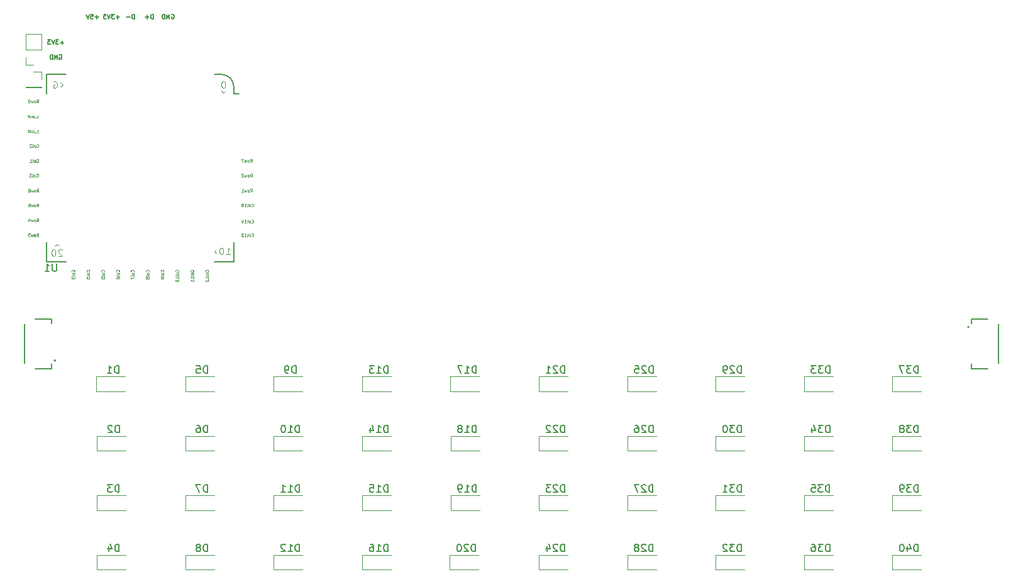
<source format=gbr>
%TF.GenerationSoftware,KiCad,Pcbnew,(6.0.4)*%
%TF.CreationDate,2022-10-14T21:38:42-05:00*%
%TF.ProjectId,Calculator_PCB _V2,43616c63-756c-4617-946f-725f50434220,rev?*%
%TF.SameCoordinates,Original*%
%TF.FileFunction,Legend,Bot*%
%TF.FilePolarity,Positive*%
%FSLAX46Y46*%
G04 Gerber Fmt 4.6, Leading zero omitted, Abs format (unit mm)*
G04 Created by KiCad (PCBNEW (6.0.4)) date 2022-10-14 21:38:42*
%MOMM*%
%LPD*%
G01*
G04 APERTURE LIST*
%ADD10C,0.100000*%
%ADD11C,0.150000*%
%ADD12C,0.120000*%
%ADD13C,0.127000*%
%ADD14C,0.200000*%
G04 APERTURE END LIST*
D10*
X79747142Y-78170952D02*
X79880476Y-77980476D01*
X79975714Y-78170952D02*
X79975714Y-77770952D01*
X79823333Y-77770952D01*
X79785238Y-77790000D01*
X79766190Y-77809047D01*
X79747142Y-77847142D01*
X79747142Y-77904285D01*
X79766190Y-77942380D01*
X79785238Y-77961428D01*
X79823333Y-77980476D01*
X79975714Y-77980476D01*
X79518571Y-78170952D02*
X79556666Y-78151904D01*
X79575714Y-78132857D01*
X79594761Y-78094761D01*
X79594761Y-77980476D01*
X79575714Y-77942380D01*
X79556666Y-77923333D01*
X79518571Y-77904285D01*
X79461428Y-77904285D01*
X79423333Y-77923333D01*
X79404285Y-77942380D01*
X79385238Y-77980476D01*
X79385238Y-78094761D01*
X79404285Y-78132857D01*
X79423333Y-78151904D01*
X79461428Y-78170952D01*
X79518571Y-78170952D01*
X79251904Y-77904285D02*
X79175714Y-78170952D01*
X79099523Y-77980476D01*
X79023333Y-78170952D01*
X78947142Y-77904285D01*
X78718571Y-77770952D02*
X78680476Y-77770952D01*
X78642380Y-77790000D01*
X78623333Y-77809047D01*
X78604285Y-77847142D01*
X78585238Y-77923333D01*
X78585238Y-78018571D01*
X78604285Y-78094761D01*
X78623333Y-78132857D01*
X78642380Y-78151904D01*
X78680476Y-78170952D01*
X78718571Y-78170952D01*
X78756666Y-78151904D01*
X78775714Y-78132857D01*
X78794761Y-78094761D01*
X78813809Y-78018571D01*
X78813809Y-77923333D01*
X78794761Y-77847142D01*
X78775714Y-77809047D01*
X78756666Y-77790000D01*
X78718571Y-77770952D01*
X108487142Y-90170952D02*
X108620476Y-89980476D01*
X108715714Y-90170952D02*
X108715714Y-89770952D01*
X108563333Y-89770952D01*
X108525238Y-89790000D01*
X108506190Y-89809047D01*
X108487142Y-89847142D01*
X108487142Y-89904285D01*
X108506190Y-89942380D01*
X108525238Y-89961428D01*
X108563333Y-89980476D01*
X108715714Y-89980476D01*
X108258571Y-90170952D02*
X108296666Y-90151904D01*
X108315714Y-90132857D01*
X108334761Y-90094761D01*
X108334761Y-89980476D01*
X108315714Y-89942380D01*
X108296666Y-89923333D01*
X108258571Y-89904285D01*
X108201428Y-89904285D01*
X108163333Y-89923333D01*
X108144285Y-89942380D01*
X108125238Y-89980476D01*
X108125238Y-90094761D01*
X108144285Y-90132857D01*
X108163333Y-90151904D01*
X108201428Y-90170952D01*
X108258571Y-90170952D01*
X107991904Y-89904285D02*
X107915714Y-90170952D01*
X107839523Y-89980476D01*
X107763333Y-90170952D01*
X107687142Y-89904285D01*
X107325238Y-90170952D02*
X107553809Y-90170952D01*
X107439523Y-90170952D02*
X107439523Y-89770952D01*
X107477619Y-89828095D01*
X107515714Y-89866190D01*
X107553809Y-89885238D01*
D11*
X82777142Y-71750000D02*
X82834285Y-71721428D01*
X82920000Y-71721428D01*
X83005714Y-71750000D01*
X83062857Y-71807142D01*
X83091428Y-71864285D01*
X83120000Y-71978571D01*
X83120000Y-72064285D01*
X83091428Y-72178571D01*
X83062857Y-72235714D01*
X83005714Y-72292857D01*
X82920000Y-72321428D01*
X82862857Y-72321428D01*
X82777142Y-72292857D01*
X82748571Y-72264285D01*
X82748571Y-72064285D01*
X82862857Y-72064285D01*
X82491428Y-72321428D02*
X82491428Y-71721428D01*
X82148571Y-72321428D01*
X82148571Y-71721428D01*
X81862857Y-72321428D02*
X81862857Y-71721428D01*
X81720000Y-71721428D01*
X81634285Y-71750000D01*
X81577142Y-71807142D01*
X81548571Y-71864285D01*
X81520000Y-71978571D01*
X81520000Y-72064285D01*
X81548571Y-72178571D01*
X81577142Y-72235714D01*
X81634285Y-72292857D01*
X81720000Y-72321428D01*
X81862857Y-72321428D01*
D10*
X86792857Y-100917619D02*
X86811904Y-100898571D01*
X86830952Y-100841428D01*
X86830952Y-100803333D01*
X86811904Y-100746190D01*
X86773809Y-100708095D01*
X86735714Y-100689047D01*
X86659523Y-100670000D01*
X86602380Y-100670000D01*
X86526190Y-100689047D01*
X86488095Y-100708095D01*
X86450000Y-100746190D01*
X86430952Y-100803333D01*
X86430952Y-100841428D01*
X86450000Y-100898571D01*
X86469047Y-100917619D01*
X86830952Y-101146190D02*
X86811904Y-101108095D01*
X86792857Y-101089047D01*
X86754761Y-101070000D01*
X86640476Y-101070000D01*
X86602380Y-101089047D01*
X86583333Y-101108095D01*
X86564285Y-101146190D01*
X86564285Y-101203333D01*
X86583333Y-101241428D01*
X86602380Y-101260476D01*
X86640476Y-101279523D01*
X86754761Y-101279523D01*
X86792857Y-101260476D01*
X86811904Y-101241428D01*
X86830952Y-101203333D01*
X86830952Y-101146190D01*
X86830952Y-101508095D02*
X86811904Y-101470000D01*
X86773809Y-101450952D01*
X86430952Y-101450952D01*
X86430952Y-101622380D02*
X86430952Y-101870000D01*
X86583333Y-101736666D01*
X86583333Y-101793809D01*
X86602380Y-101831904D01*
X86621428Y-101850952D01*
X86659523Y-101870000D01*
X86754761Y-101870000D01*
X86792857Y-101850952D01*
X86811904Y-101831904D01*
X86830952Y-101793809D01*
X86830952Y-101679523D01*
X86811904Y-101641428D01*
X86792857Y-101622380D01*
X108487142Y-86170952D02*
X108620476Y-85980476D01*
X108715714Y-86170952D02*
X108715714Y-85770952D01*
X108563333Y-85770952D01*
X108525238Y-85790000D01*
X108506190Y-85809047D01*
X108487142Y-85847142D01*
X108487142Y-85904285D01*
X108506190Y-85942380D01*
X108525238Y-85961428D01*
X108563333Y-85980476D01*
X108715714Y-85980476D01*
X108258571Y-86170952D02*
X108296666Y-86151904D01*
X108315714Y-86132857D01*
X108334761Y-86094761D01*
X108334761Y-85980476D01*
X108315714Y-85942380D01*
X108296666Y-85923333D01*
X108258571Y-85904285D01*
X108201428Y-85904285D01*
X108163333Y-85923333D01*
X108144285Y-85942380D01*
X108125238Y-85980476D01*
X108125238Y-86094761D01*
X108144285Y-86132857D01*
X108163333Y-86151904D01*
X108201428Y-86170952D01*
X108258571Y-86170952D01*
X107991904Y-85904285D02*
X107915714Y-86170952D01*
X107839523Y-85980476D01*
X107763333Y-86170952D01*
X107687142Y-85904285D01*
X107572857Y-85770952D02*
X107306190Y-85770952D01*
X107477619Y-86170952D01*
X88792857Y-100917619D02*
X88811904Y-100898571D01*
X88830952Y-100841428D01*
X88830952Y-100803333D01*
X88811904Y-100746190D01*
X88773809Y-100708095D01*
X88735714Y-100689047D01*
X88659523Y-100670000D01*
X88602380Y-100670000D01*
X88526190Y-100689047D01*
X88488095Y-100708095D01*
X88450000Y-100746190D01*
X88430952Y-100803333D01*
X88430952Y-100841428D01*
X88450000Y-100898571D01*
X88469047Y-100917619D01*
X88830952Y-101146190D02*
X88811904Y-101108095D01*
X88792857Y-101089047D01*
X88754761Y-101070000D01*
X88640476Y-101070000D01*
X88602380Y-101089047D01*
X88583333Y-101108095D01*
X88564285Y-101146190D01*
X88564285Y-101203333D01*
X88583333Y-101241428D01*
X88602380Y-101260476D01*
X88640476Y-101279523D01*
X88754761Y-101279523D01*
X88792857Y-101260476D01*
X88811904Y-101241428D01*
X88830952Y-101203333D01*
X88830952Y-101146190D01*
X88830952Y-101508095D02*
X88811904Y-101470000D01*
X88773809Y-101450952D01*
X88430952Y-101450952D01*
X88430952Y-101850952D02*
X88430952Y-101660476D01*
X88621428Y-101641428D01*
X88602380Y-101660476D01*
X88583333Y-101698571D01*
X88583333Y-101793809D01*
X88602380Y-101831904D01*
X88621428Y-101850952D01*
X88659523Y-101870000D01*
X88754761Y-101870000D01*
X88792857Y-101850952D01*
X88811904Y-101831904D01*
X88830952Y-101793809D01*
X88830952Y-101698571D01*
X88811904Y-101660476D01*
X88792857Y-101641428D01*
D11*
X88041428Y-66662857D02*
X87584285Y-66662857D01*
X87812857Y-66891428D02*
X87812857Y-66434285D01*
X87012857Y-66291428D02*
X87298571Y-66291428D01*
X87327142Y-66577142D01*
X87298571Y-66548571D01*
X87241428Y-66520000D01*
X87098571Y-66520000D01*
X87041428Y-66548571D01*
X87012857Y-66577142D01*
X86984285Y-66634285D01*
X86984285Y-66777142D01*
X87012857Y-66834285D01*
X87041428Y-66862857D01*
X87098571Y-66891428D01*
X87241428Y-66891428D01*
X87298571Y-66862857D01*
X87327142Y-66834285D01*
X86812857Y-66291428D02*
X86612857Y-66891428D01*
X86412857Y-66291428D01*
D10*
X79747142Y-92170952D02*
X79880476Y-91980476D01*
X79975714Y-92170952D02*
X79975714Y-91770952D01*
X79823333Y-91770952D01*
X79785238Y-91790000D01*
X79766190Y-91809047D01*
X79747142Y-91847142D01*
X79747142Y-91904285D01*
X79766190Y-91942380D01*
X79785238Y-91961428D01*
X79823333Y-91980476D01*
X79975714Y-91980476D01*
X79518571Y-92170952D02*
X79556666Y-92151904D01*
X79575714Y-92132857D01*
X79594761Y-92094761D01*
X79594761Y-91980476D01*
X79575714Y-91942380D01*
X79556666Y-91923333D01*
X79518571Y-91904285D01*
X79461428Y-91904285D01*
X79423333Y-91923333D01*
X79404285Y-91942380D01*
X79385238Y-91980476D01*
X79385238Y-92094761D01*
X79404285Y-92132857D01*
X79423333Y-92151904D01*
X79461428Y-92170952D01*
X79518571Y-92170952D01*
X79251904Y-91904285D02*
X79175714Y-92170952D01*
X79099523Y-91980476D01*
X79023333Y-92170952D01*
X78947142Y-91904285D01*
X78604285Y-91770952D02*
X78794761Y-91770952D01*
X78813809Y-91961428D01*
X78794761Y-91942380D01*
X78756666Y-91923333D01*
X78661428Y-91923333D01*
X78623333Y-91942380D01*
X78604285Y-91961428D01*
X78585238Y-91999523D01*
X78585238Y-92094761D01*
X78604285Y-92132857D01*
X78623333Y-92151904D01*
X78661428Y-92170952D01*
X78756666Y-92170952D01*
X78794761Y-92151904D01*
X78813809Y-92132857D01*
X98792857Y-100907142D02*
X98811904Y-100888095D01*
X98830952Y-100830952D01*
X98830952Y-100792857D01*
X98811904Y-100735714D01*
X98773809Y-100697619D01*
X98735714Y-100678571D01*
X98659523Y-100659523D01*
X98602380Y-100659523D01*
X98526190Y-100678571D01*
X98488095Y-100697619D01*
X98450000Y-100735714D01*
X98430952Y-100792857D01*
X98430952Y-100830952D01*
X98450000Y-100888095D01*
X98469047Y-100907142D01*
X98830952Y-101135714D02*
X98811904Y-101097619D01*
X98792857Y-101078571D01*
X98754761Y-101059523D01*
X98640476Y-101059523D01*
X98602380Y-101078571D01*
X98583333Y-101097619D01*
X98564285Y-101135714D01*
X98564285Y-101192857D01*
X98583333Y-101230952D01*
X98602380Y-101250000D01*
X98640476Y-101269047D01*
X98754761Y-101269047D01*
X98792857Y-101250000D01*
X98811904Y-101230952D01*
X98830952Y-101192857D01*
X98830952Y-101135714D01*
X98830952Y-101497619D02*
X98811904Y-101459523D01*
X98773809Y-101440476D01*
X98430952Y-101440476D01*
X98830952Y-101859523D02*
X98830952Y-101630952D01*
X98830952Y-101745238D02*
X98430952Y-101745238D01*
X98488095Y-101707142D01*
X98526190Y-101669047D01*
X98545238Y-101630952D01*
X98430952Y-102107142D02*
X98430952Y-102145238D01*
X98450000Y-102183333D01*
X98469047Y-102202380D01*
X98507142Y-102221428D01*
X98583333Y-102240476D01*
X98678571Y-102240476D01*
X98754761Y-102221428D01*
X98792857Y-102202380D01*
X98811904Y-102183333D01*
X98830952Y-102145238D01*
X98830952Y-102107142D01*
X98811904Y-102069047D01*
X98792857Y-102050000D01*
X98754761Y-102030952D01*
X98678571Y-102011904D01*
X98583333Y-102011904D01*
X98507142Y-102030952D01*
X98469047Y-102050000D01*
X98450000Y-102069047D01*
X98430952Y-102107142D01*
X84792857Y-100917619D02*
X84811904Y-100898571D01*
X84830952Y-100841428D01*
X84830952Y-100803333D01*
X84811904Y-100746190D01*
X84773809Y-100708095D01*
X84735714Y-100689047D01*
X84659523Y-100670000D01*
X84602380Y-100670000D01*
X84526190Y-100689047D01*
X84488095Y-100708095D01*
X84450000Y-100746190D01*
X84430952Y-100803333D01*
X84430952Y-100841428D01*
X84450000Y-100898571D01*
X84469047Y-100917619D01*
X84830952Y-101146190D02*
X84811904Y-101108095D01*
X84792857Y-101089047D01*
X84754761Y-101070000D01*
X84640476Y-101070000D01*
X84602380Y-101089047D01*
X84583333Y-101108095D01*
X84564285Y-101146190D01*
X84564285Y-101203333D01*
X84583333Y-101241428D01*
X84602380Y-101260476D01*
X84640476Y-101279523D01*
X84754761Y-101279523D01*
X84792857Y-101260476D01*
X84811904Y-101241428D01*
X84830952Y-101203333D01*
X84830952Y-101146190D01*
X84830952Y-101508095D02*
X84811904Y-101470000D01*
X84773809Y-101450952D01*
X84430952Y-101450952D01*
X84430952Y-101622380D02*
X84430952Y-101870000D01*
X84583333Y-101736666D01*
X84583333Y-101793809D01*
X84602380Y-101831904D01*
X84621428Y-101850952D01*
X84659523Y-101870000D01*
X84754761Y-101870000D01*
X84792857Y-101850952D01*
X84811904Y-101831904D01*
X84830952Y-101793809D01*
X84830952Y-101679523D01*
X84811904Y-101641428D01*
X84792857Y-101622380D01*
X96792857Y-100917619D02*
X96811904Y-100898571D01*
X96830952Y-100841428D01*
X96830952Y-100803333D01*
X96811904Y-100746190D01*
X96773809Y-100708095D01*
X96735714Y-100689047D01*
X96659523Y-100670000D01*
X96602380Y-100670000D01*
X96526190Y-100689047D01*
X96488095Y-100708095D01*
X96450000Y-100746190D01*
X96430952Y-100803333D01*
X96430952Y-100841428D01*
X96450000Y-100898571D01*
X96469047Y-100917619D01*
X96830952Y-101146190D02*
X96811904Y-101108095D01*
X96792857Y-101089047D01*
X96754761Y-101070000D01*
X96640476Y-101070000D01*
X96602380Y-101089047D01*
X96583333Y-101108095D01*
X96564285Y-101146190D01*
X96564285Y-101203333D01*
X96583333Y-101241428D01*
X96602380Y-101260476D01*
X96640476Y-101279523D01*
X96754761Y-101279523D01*
X96792857Y-101260476D01*
X96811904Y-101241428D01*
X96830952Y-101203333D01*
X96830952Y-101146190D01*
X96830952Y-101508095D02*
X96811904Y-101470000D01*
X96773809Y-101450952D01*
X96430952Y-101450952D01*
X96830952Y-101679523D02*
X96830952Y-101755714D01*
X96811904Y-101793809D01*
X96792857Y-101812857D01*
X96735714Y-101850952D01*
X96659523Y-101870000D01*
X96507142Y-101870000D01*
X96469047Y-101850952D01*
X96450000Y-101831904D01*
X96430952Y-101793809D01*
X96430952Y-101717619D01*
X96450000Y-101679523D01*
X96469047Y-101660476D01*
X96507142Y-101641428D01*
X96602380Y-101641428D01*
X96640476Y-101660476D01*
X96659523Y-101679523D01*
X96678571Y-101717619D01*
X96678571Y-101793809D01*
X96659523Y-101831904D01*
X96640476Y-101850952D01*
X96602380Y-101870000D01*
X90792857Y-100917619D02*
X90811904Y-100898571D01*
X90830952Y-100841428D01*
X90830952Y-100803333D01*
X90811904Y-100746190D01*
X90773809Y-100708095D01*
X90735714Y-100689047D01*
X90659523Y-100670000D01*
X90602380Y-100670000D01*
X90526190Y-100689047D01*
X90488095Y-100708095D01*
X90450000Y-100746190D01*
X90430952Y-100803333D01*
X90430952Y-100841428D01*
X90450000Y-100898571D01*
X90469047Y-100917619D01*
X90830952Y-101146190D02*
X90811904Y-101108095D01*
X90792857Y-101089047D01*
X90754761Y-101070000D01*
X90640476Y-101070000D01*
X90602380Y-101089047D01*
X90583333Y-101108095D01*
X90564285Y-101146190D01*
X90564285Y-101203333D01*
X90583333Y-101241428D01*
X90602380Y-101260476D01*
X90640476Y-101279523D01*
X90754761Y-101279523D01*
X90792857Y-101260476D01*
X90811904Y-101241428D01*
X90830952Y-101203333D01*
X90830952Y-101146190D01*
X90830952Y-101508095D02*
X90811904Y-101470000D01*
X90773809Y-101450952D01*
X90430952Y-101450952D01*
X90430952Y-101831904D02*
X90430952Y-101755714D01*
X90450000Y-101717619D01*
X90469047Y-101698571D01*
X90526190Y-101660476D01*
X90602380Y-101641428D01*
X90754761Y-101641428D01*
X90792857Y-101660476D01*
X90811904Y-101679523D01*
X90830952Y-101717619D01*
X90830952Y-101793809D01*
X90811904Y-101831904D01*
X90792857Y-101850952D01*
X90754761Y-101870000D01*
X90659523Y-101870000D01*
X90621428Y-101850952D01*
X90602380Y-101831904D01*
X90583333Y-101793809D01*
X90583333Y-101717619D01*
X90602380Y-101679523D01*
X90621428Y-101660476D01*
X90659523Y-101641428D01*
X79963809Y-81904285D02*
X79868571Y-82170952D01*
X79773333Y-81904285D02*
X79868571Y-82170952D01*
X79906666Y-82266190D01*
X79925714Y-82285238D01*
X79963809Y-82304285D01*
X79716190Y-82209047D02*
X79411428Y-82209047D01*
X79259047Y-82170952D02*
X79297142Y-82151904D01*
X79316190Y-82132857D01*
X79335238Y-82094761D01*
X79335238Y-81980476D01*
X79316190Y-81942380D01*
X79297142Y-81923333D01*
X79259047Y-81904285D01*
X79201904Y-81904285D01*
X79163809Y-81923333D01*
X79144761Y-81942380D01*
X79125714Y-81980476D01*
X79125714Y-82094761D01*
X79144761Y-82132857D01*
X79163809Y-82151904D01*
X79201904Y-82170952D01*
X79259047Y-82170952D01*
X78782857Y-81904285D02*
X78782857Y-82170952D01*
X78954285Y-81904285D02*
X78954285Y-82113809D01*
X78935238Y-82151904D01*
X78897142Y-82170952D01*
X78840000Y-82170952D01*
X78801904Y-82151904D01*
X78782857Y-82132857D01*
X78649523Y-81904285D02*
X78497142Y-81904285D01*
X78592380Y-81770952D02*
X78592380Y-82113809D01*
X78573333Y-82151904D01*
X78535238Y-82170952D01*
X78497142Y-82170952D01*
X79732380Y-88132857D02*
X79751428Y-88151904D01*
X79808571Y-88170952D01*
X79846666Y-88170952D01*
X79903809Y-88151904D01*
X79941904Y-88113809D01*
X79960952Y-88075714D01*
X79980000Y-87999523D01*
X79980000Y-87942380D01*
X79960952Y-87866190D01*
X79941904Y-87828095D01*
X79903809Y-87790000D01*
X79846666Y-87770952D01*
X79808571Y-87770952D01*
X79751428Y-87790000D01*
X79732380Y-87809047D01*
X79503809Y-88170952D02*
X79541904Y-88151904D01*
X79560952Y-88132857D01*
X79580000Y-88094761D01*
X79580000Y-87980476D01*
X79560952Y-87942380D01*
X79541904Y-87923333D01*
X79503809Y-87904285D01*
X79446666Y-87904285D01*
X79408571Y-87923333D01*
X79389523Y-87942380D01*
X79370476Y-87980476D01*
X79370476Y-88094761D01*
X79389523Y-88132857D01*
X79408571Y-88151904D01*
X79446666Y-88170952D01*
X79503809Y-88170952D01*
X79141904Y-88170952D02*
X79180000Y-88151904D01*
X79199047Y-88113809D01*
X79199047Y-87770952D01*
X79027619Y-87770952D02*
X78780000Y-87770952D01*
X78913333Y-87923333D01*
X78856190Y-87923333D01*
X78818095Y-87942380D01*
X78799047Y-87961428D01*
X78780000Y-87999523D01*
X78780000Y-88094761D01*
X78799047Y-88132857D01*
X78818095Y-88151904D01*
X78856190Y-88170952D01*
X78970476Y-88170952D01*
X79008571Y-88151904D01*
X79027619Y-88132857D01*
X79747142Y-94170952D02*
X79880476Y-93980476D01*
X79975714Y-94170952D02*
X79975714Y-93770952D01*
X79823333Y-93770952D01*
X79785238Y-93790000D01*
X79766190Y-93809047D01*
X79747142Y-93847142D01*
X79747142Y-93904285D01*
X79766190Y-93942380D01*
X79785238Y-93961428D01*
X79823333Y-93980476D01*
X79975714Y-93980476D01*
X79518571Y-94170952D02*
X79556666Y-94151904D01*
X79575714Y-94132857D01*
X79594761Y-94094761D01*
X79594761Y-93980476D01*
X79575714Y-93942380D01*
X79556666Y-93923333D01*
X79518571Y-93904285D01*
X79461428Y-93904285D01*
X79423333Y-93923333D01*
X79404285Y-93942380D01*
X79385238Y-93980476D01*
X79385238Y-94094761D01*
X79404285Y-94132857D01*
X79423333Y-94151904D01*
X79461428Y-94170952D01*
X79518571Y-94170952D01*
X79251904Y-93904285D02*
X79175714Y-94170952D01*
X79099523Y-93980476D01*
X79023333Y-94170952D01*
X78947142Y-93904285D01*
X78623333Y-93904285D02*
X78623333Y-94170952D01*
X78718571Y-93751904D02*
X78813809Y-94037619D01*
X78566190Y-94037619D01*
X108652857Y-94302857D02*
X108671904Y-94321904D01*
X108729047Y-94340952D01*
X108767142Y-94340952D01*
X108824285Y-94321904D01*
X108862380Y-94283809D01*
X108881428Y-94245714D01*
X108900476Y-94169523D01*
X108900476Y-94112380D01*
X108881428Y-94036190D01*
X108862380Y-93998095D01*
X108824285Y-93960000D01*
X108767142Y-93940952D01*
X108729047Y-93940952D01*
X108671904Y-93960000D01*
X108652857Y-93979047D01*
X108424285Y-94340952D02*
X108462380Y-94321904D01*
X108481428Y-94302857D01*
X108500476Y-94264761D01*
X108500476Y-94150476D01*
X108481428Y-94112380D01*
X108462380Y-94093333D01*
X108424285Y-94074285D01*
X108367142Y-94074285D01*
X108329047Y-94093333D01*
X108310000Y-94112380D01*
X108290952Y-94150476D01*
X108290952Y-94264761D01*
X108310000Y-94302857D01*
X108329047Y-94321904D01*
X108367142Y-94340952D01*
X108424285Y-94340952D01*
X108062380Y-94340952D02*
X108100476Y-94321904D01*
X108119523Y-94283809D01*
X108119523Y-93940952D01*
X107700476Y-94340952D02*
X107929047Y-94340952D01*
X107814761Y-94340952D02*
X107814761Y-93940952D01*
X107852857Y-93998095D01*
X107890952Y-94036190D01*
X107929047Y-94055238D01*
X107357619Y-94074285D02*
X107357619Y-94340952D01*
X107452857Y-93921904D02*
X107548095Y-94207619D01*
X107300476Y-94207619D01*
D11*
X95418571Y-66891428D02*
X95418571Y-66291428D01*
X95275714Y-66291428D01*
X95190000Y-66320000D01*
X95132857Y-66377142D01*
X95104285Y-66434285D01*
X95075714Y-66548571D01*
X95075714Y-66634285D01*
X95104285Y-66748571D01*
X95132857Y-66805714D01*
X95190000Y-66862857D01*
X95275714Y-66891428D01*
X95418571Y-66891428D01*
X94818571Y-66662857D02*
X94361428Y-66662857D01*
X94590000Y-66891428D02*
X94590000Y-66434285D01*
D10*
X79973333Y-80170952D02*
X79763809Y-79904285D01*
X79973333Y-79904285D02*
X79763809Y-80170952D01*
X79706666Y-80209047D02*
X79401904Y-80209047D01*
X79249523Y-80170952D02*
X79287619Y-80151904D01*
X79306666Y-80132857D01*
X79325714Y-80094761D01*
X79325714Y-79980476D01*
X79306666Y-79942380D01*
X79287619Y-79923333D01*
X79249523Y-79904285D01*
X79192380Y-79904285D01*
X79154285Y-79923333D01*
X79135238Y-79942380D01*
X79116190Y-79980476D01*
X79116190Y-80094761D01*
X79135238Y-80132857D01*
X79154285Y-80151904D01*
X79192380Y-80170952D01*
X79249523Y-80170952D01*
X78773333Y-79904285D02*
X78773333Y-80170952D01*
X78944761Y-79904285D02*
X78944761Y-80113809D01*
X78925714Y-80151904D01*
X78887619Y-80170952D01*
X78830476Y-80170952D01*
X78792380Y-80151904D01*
X78773333Y-80132857D01*
X78640000Y-79904285D02*
X78487619Y-79904285D01*
X78582857Y-79770952D02*
X78582857Y-80113809D01*
X78563809Y-80151904D01*
X78525714Y-80170952D01*
X78487619Y-80170952D01*
D11*
X90867142Y-66662857D02*
X90410000Y-66662857D01*
X90638571Y-66891428D02*
X90638571Y-66434285D01*
X90181428Y-66291428D02*
X89810000Y-66291428D01*
X90010000Y-66520000D01*
X89924285Y-66520000D01*
X89867142Y-66548571D01*
X89838571Y-66577142D01*
X89810000Y-66634285D01*
X89810000Y-66777142D01*
X89838571Y-66834285D01*
X89867142Y-66862857D01*
X89924285Y-66891428D01*
X90095714Y-66891428D01*
X90152857Y-66862857D01*
X90181428Y-66834285D01*
X89638571Y-66291428D02*
X89438571Y-66891428D01*
X89238571Y-66291428D01*
X89095714Y-66291428D02*
X88724285Y-66291428D01*
X88924285Y-66520000D01*
X88838571Y-66520000D01*
X88781428Y-66548571D01*
X88752857Y-66577142D01*
X88724285Y-66634285D01*
X88724285Y-66777142D01*
X88752857Y-66834285D01*
X88781428Y-66862857D01*
X88838571Y-66891428D01*
X89010000Y-66891428D01*
X89067142Y-66862857D01*
X89095714Y-66834285D01*
X92878571Y-66891428D02*
X92878571Y-66291428D01*
X92735714Y-66291428D01*
X92650000Y-66320000D01*
X92592857Y-66377142D01*
X92564285Y-66434285D01*
X92535714Y-66548571D01*
X92535714Y-66634285D01*
X92564285Y-66748571D01*
X92592857Y-66805714D01*
X92650000Y-66862857D01*
X92735714Y-66891428D01*
X92878571Y-66891428D01*
X92278571Y-66662857D02*
X91821428Y-66662857D01*
D10*
X108652857Y-92132857D02*
X108671904Y-92151904D01*
X108729047Y-92170952D01*
X108767142Y-92170952D01*
X108824285Y-92151904D01*
X108862380Y-92113809D01*
X108881428Y-92075714D01*
X108900476Y-91999523D01*
X108900476Y-91942380D01*
X108881428Y-91866190D01*
X108862380Y-91828095D01*
X108824285Y-91790000D01*
X108767142Y-91770952D01*
X108729047Y-91770952D01*
X108671904Y-91790000D01*
X108652857Y-91809047D01*
X108424285Y-92170952D02*
X108462380Y-92151904D01*
X108481428Y-92132857D01*
X108500476Y-92094761D01*
X108500476Y-91980476D01*
X108481428Y-91942380D01*
X108462380Y-91923333D01*
X108424285Y-91904285D01*
X108367142Y-91904285D01*
X108329047Y-91923333D01*
X108310000Y-91942380D01*
X108290952Y-91980476D01*
X108290952Y-92094761D01*
X108310000Y-92132857D01*
X108329047Y-92151904D01*
X108367142Y-92170952D01*
X108424285Y-92170952D01*
X108062380Y-92170952D02*
X108100476Y-92151904D01*
X108119523Y-92113809D01*
X108119523Y-91770952D01*
X107700476Y-92170952D02*
X107929047Y-92170952D01*
X107814761Y-92170952D02*
X107814761Y-91770952D01*
X107852857Y-91828095D01*
X107890952Y-91866190D01*
X107929047Y-91885238D01*
X107338571Y-91770952D02*
X107529047Y-91770952D01*
X107548095Y-91961428D01*
X107529047Y-91942380D01*
X107490952Y-91923333D01*
X107395714Y-91923333D01*
X107357619Y-91942380D01*
X107338571Y-91961428D01*
X107319523Y-91999523D01*
X107319523Y-92094761D01*
X107338571Y-92132857D01*
X107357619Y-92151904D01*
X107395714Y-92170952D01*
X107490952Y-92170952D01*
X107529047Y-92151904D01*
X107548095Y-92132857D01*
X79747142Y-96170952D02*
X79880476Y-95980476D01*
X79975714Y-96170952D02*
X79975714Y-95770952D01*
X79823333Y-95770952D01*
X79785238Y-95790000D01*
X79766190Y-95809047D01*
X79747142Y-95847142D01*
X79747142Y-95904285D01*
X79766190Y-95942380D01*
X79785238Y-95961428D01*
X79823333Y-95980476D01*
X79975714Y-95980476D01*
X79518571Y-96170952D02*
X79556666Y-96151904D01*
X79575714Y-96132857D01*
X79594761Y-96094761D01*
X79594761Y-95980476D01*
X79575714Y-95942380D01*
X79556666Y-95923333D01*
X79518571Y-95904285D01*
X79461428Y-95904285D01*
X79423333Y-95923333D01*
X79404285Y-95942380D01*
X79385238Y-95980476D01*
X79385238Y-96094761D01*
X79404285Y-96132857D01*
X79423333Y-96151904D01*
X79461428Y-96170952D01*
X79518571Y-96170952D01*
X79251904Y-95904285D02*
X79175714Y-96170952D01*
X79099523Y-95980476D01*
X79023333Y-96170952D01*
X78947142Y-95904285D01*
X78832857Y-95770952D02*
X78585238Y-95770952D01*
X78718571Y-95923333D01*
X78661428Y-95923333D01*
X78623333Y-95942380D01*
X78604285Y-95961428D01*
X78585238Y-95999523D01*
X78585238Y-96094761D01*
X78604285Y-96132857D01*
X78623333Y-96151904D01*
X78661428Y-96170952D01*
X78775714Y-96170952D01*
X78813809Y-96151904D01*
X78832857Y-96132857D01*
X102792857Y-100907142D02*
X102811904Y-100888095D01*
X102830952Y-100830952D01*
X102830952Y-100792857D01*
X102811904Y-100735714D01*
X102773809Y-100697619D01*
X102735714Y-100678571D01*
X102659523Y-100659523D01*
X102602380Y-100659523D01*
X102526190Y-100678571D01*
X102488095Y-100697619D01*
X102450000Y-100735714D01*
X102430952Y-100792857D01*
X102430952Y-100830952D01*
X102450000Y-100888095D01*
X102469047Y-100907142D01*
X102830952Y-101135714D02*
X102811904Y-101097619D01*
X102792857Y-101078571D01*
X102754761Y-101059523D01*
X102640476Y-101059523D01*
X102602380Y-101078571D01*
X102583333Y-101097619D01*
X102564285Y-101135714D01*
X102564285Y-101192857D01*
X102583333Y-101230952D01*
X102602380Y-101250000D01*
X102640476Y-101269047D01*
X102754761Y-101269047D01*
X102792857Y-101250000D01*
X102811904Y-101230952D01*
X102830952Y-101192857D01*
X102830952Y-101135714D01*
X102830952Y-101497619D02*
X102811904Y-101459523D01*
X102773809Y-101440476D01*
X102430952Y-101440476D01*
X102830952Y-101859523D02*
X102830952Y-101630952D01*
X102830952Y-101745238D02*
X102430952Y-101745238D01*
X102488095Y-101707142D01*
X102526190Y-101669047D01*
X102545238Y-101630952D01*
X102469047Y-102011904D02*
X102450000Y-102030952D01*
X102430952Y-102069047D01*
X102430952Y-102164285D01*
X102450000Y-102202380D01*
X102469047Y-102221428D01*
X102507142Y-102240476D01*
X102545238Y-102240476D01*
X102602380Y-102221428D01*
X102830952Y-101992857D01*
X102830952Y-102240476D01*
X108487142Y-88170952D02*
X108620476Y-87980476D01*
X108715714Y-88170952D02*
X108715714Y-87770952D01*
X108563333Y-87770952D01*
X108525238Y-87790000D01*
X108506190Y-87809047D01*
X108487142Y-87847142D01*
X108487142Y-87904285D01*
X108506190Y-87942380D01*
X108525238Y-87961428D01*
X108563333Y-87980476D01*
X108715714Y-87980476D01*
X108258571Y-88170952D02*
X108296666Y-88151904D01*
X108315714Y-88132857D01*
X108334761Y-88094761D01*
X108334761Y-87980476D01*
X108315714Y-87942380D01*
X108296666Y-87923333D01*
X108258571Y-87904285D01*
X108201428Y-87904285D01*
X108163333Y-87923333D01*
X108144285Y-87942380D01*
X108125238Y-87980476D01*
X108125238Y-88094761D01*
X108144285Y-88132857D01*
X108163333Y-88151904D01*
X108201428Y-88170952D01*
X108258571Y-88170952D01*
X107991904Y-87904285D02*
X107915714Y-88170952D01*
X107839523Y-87980476D01*
X107763333Y-88170952D01*
X107687142Y-87904285D01*
X107553809Y-87809047D02*
X107534761Y-87790000D01*
X107496666Y-87770952D01*
X107401428Y-87770952D01*
X107363333Y-87790000D01*
X107344285Y-87809047D01*
X107325238Y-87847142D01*
X107325238Y-87885238D01*
X107344285Y-87942380D01*
X107572857Y-88170952D01*
X107325238Y-88170952D01*
X108652857Y-96132857D02*
X108671904Y-96151904D01*
X108729047Y-96170952D01*
X108767142Y-96170952D01*
X108824285Y-96151904D01*
X108862380Y-96113809D01*
X108881428Y-96075714D01*
X108900476Y-95999523D01*
X108900476Y-95942380D01*
X108881428Y-95866190D01*
X108862380Y-95828095D01*
X108824285Y-95790000D01*
X108767142Y-95770952D01*
X108729047Y-95770952D01*
X108671904Y-95790000D01*
X108652857Y-95809047D01*
X108424285Y-96170952D02*
X108462380Y-96151904D01*
X108481428Y-96132857D01*
X108500476Y-96094761D01*
X108500476Y-95980476D01*
X108481428Y-95942380D01*
X108462380Y-95923333D01*
X108424285Y-95904285D01*
X108367142Y-95904285D01*
X108329047Y-95923333D01*
X108310000Y-95942380D01*
X108290952Y-95980476D01*
X108290952Y-96094761D01*
X108310000Y-96132857D01*
X108329047Y-96151904D01*
X108367142Y-96170952D01*
X108424285Y-96170952D01*
X108062380Y-96170952D02*
X108100476Y-96151904D01*
X108119523Y-96113809D01*
X108119523Y-95770952D01*
X107700476Y-96170952D02*
X107929047Y-96170952D01*
X107814761Y-96170952D02*
X107814761Y-95770952D01*
X107852857Y-95828095D01*
X107890952Y-95866190D01*
X107929047Y-95885238D01*
X107567142Y-95770952D02*
X107319523Y-95770952D01*
X107452857Y-95923333D01*
X107395714Y-95923333D01*
X107357619Y-95942380D01*
X107338571Y-95961428D01*
X107319523Y-95999523D01*
X107319523Y-96094761D01*
X107338571Y-96132857D01*
X107357619Y-96151904D01*
X107395714Y-96170952D01*
X107510000Y-96170952D01*
X107548095Y-96151904D01*
X107567142Y-96132857D01*
X92792857Y-100917619D02*
X92811904Y-100898571D01*
X92830952Y-100841428D01*
X92830952Y-100803333D01*
X92811904Y-100746190D01*
X92773809Y-100708095D01*
X92735714Y-100689047D01*
X92659523Y-100670000D01*
X92602380Y-100670000D01*
X92526190Y-100689047D01*
X92488095Y-100708095D01*
X92450000Y-100746190D01*
X92430952Y-100803333D01*
X92430952Y-100841428D01*
X92450000Y-100898571D01*
X92469047Y-100917619D01*
X92830952Y-101146190D02*
X92811904Y-101108095D01*
X92792857Y-101089047D01*
X92754761Y-101070000D01*
X92640476Y-101070000D01*
X92602380Y-101089047D01*
X92583333Y-101108095D01*
X92564285Y-101146190D01*
X92564285Y-101203333D01*
X92583333Y-101241428D01*
X92602380Y-101260476D01*
X92640476Y-101279523D01*
X92754761Y-101279523D01*
X92792857Y-101260476D01*
X92811904Y-101241428D01*
X92830952Y-101203333D01*
X92830952Y-101146190D01*
X92830952Y-101508095D02*
X92811904Y-101470000D01*
X92773809Y-101450952D01*
X92430952Y-101450952D01*
X92430952Y-101622380D02*
X92430952Y-101889047D01*
X92830952Y-101717619D01*
X79747142Y-90170952D02*
X79880476Y-89980476D01*
X79975714Y-90170952D02*
X79975714Y-89770952D01*
X79823333Y-89770952D01*
X79785238Y-89790000D01*
X79766190Y-89809047D01*
X79747142Y-89847142D01*
X79747142Y-89904285D01*
X79766190Y-89942380D01*
X79785238Y-89961428D01*
X79823333Y-89980476D01*
X79975714Y-89980476D01*
X79518571Y-90170952D02*
X79556666Y-90151904D01*
X79575714Y-90132857D01*
X79594761Y-90094761D01*
X79594761Y-89980476D01*
X79575714Y-89942380D01*
X79556666Y-89923333D01*
X79518571Y-89904285D01*
X79461428Y-89904285D01*
X79423333Y-89923333D01*
X79404285Y-89942380D01*
X79385238Y-89980476D01*
X79385238Y-90094761D01*
X79404285Y-90132857D01*
X79423333Y-90151904D01*
X79461428Y-90170952D01*
X79518571Y-90170952D01*
X79251904Y-89904285D02*
X79175714Y-90170952D01*
X79099523Y-89980476D01*
X79023333Y-90170952D01*
X78947142Y-89904285D01*
X78623333Y-89770952D02*
X78699523Y-89770952D01*
X78737619Y-89790000D01*
X78756666Y-89809047D01*
X78794761Y-89866190D01*
X78813809Y-89942380D01*
X78813809Y-90094761D01*
X78794761Y-90132857D01*
X78775714Y-90151904D01*
X78737619Y-90170952D01*
X78661428Y-90170952D01*
X78623333Y-90151904D01*
X78604285Y-90132857D01*
X78585238Y-90094761D01*
X78585238Y-89999523D01*
X78604285Y-89961428D01*
X78623333Y-89942380D01*
X78661428Y-89923333D01*
X78737619Y-89923333D01*
X78775714Y-89942380D01*
X78794761Y-89961428D01*
X78813809Y-89999523D01*
D11*
X97887142Y-66320000D02*
X97944285Y-66291428D01*
X98030000Y-66291428D01*
X98115714Y-66320000D01*
X98172857Y-66377142D01*
X98201428Y-66434285D01*
X98230000Y-66548571D01*
X98230000Y-66634285D01*
X98201428Y-66748571D01*
X98172857Y-66805714D01*
X98115714Y-66862857D01*
X98030000Y-66891428D01*
X97972857Y-66891428D01*
X97887142Y-66862857D01*
X97858571Y-66834285D01*
X97858571Y-66634285D01*
X97972857Y-66634285D01*
X97601428Y-66891428D02*
X97601428Y-66291428D01*
X97258571Y-66891428D01*
X97258571Y-66291428D01*
X96972857Y-66891428D02*
X96972857Y-66291428D01*
X96830000Y-66291428D01*
X96744285Y-66320000D01*
X96687142Y-66377142D01*
X96658571Y-66434285D01*
X96630000Y-66548571D01*
X96630000Y-66634285D01*
X96658571Y-66748571D01*
X96687142Y-66805714D01*
X96744285Y-66862857D01*
X96830000Y-66891428D01*
X96972857Y-66891428D01*
D10*
X79732380Y-84132857D02*
X79751428Y-84151904D01*
X79808571Y-84170952D01*
X79846666Y-84170952D01*
X79903809Y-84151904D01*
X79941904Y-84113809D01*
X79960952Y-84075714D01*
X79980000Y-83999523D01*
X79980000Y-83942380D01*
X79960952Y-83866190D01*
X79941904Y-83828095D01*
X79903809Y-83790000D01*
X79846666Y-83770952D01*
X79808571Y-83770952D01*
X79751428Y-83790000D01*
X79732380Y-83809047D01*
X79503809Y-84170952D02*
X79541904Y-84151904D01*
X79560952Y-84132857D01*
X79580000Y-84094761D01*
X79580000Y-83980476D01*
X79560952Y-83942380D01*
X79541904Y-83923333D01*
X79503809Y-83904285D01*
X79446666Y-83904285D01*
X79408571Y-83923333D01*
X79389523Y-83942380D01*
X79370476Y-83980476D01*
X79370476Y-84094761D01*
X79389523Y-84132857D01*
X79408571Y-84151904D01*
X79446666Y-84170952D01*
X79503809Y-84170952D01*
X79141904Y-84170952D02*
X79180000Y-84151904D01*
X79199047Y-84113809D01*
X79199047Y-83770952D01*
X79008571Y-83809047D02*
X78989523Y-83790000D01*
X78951428Y-83770952D01*
X78856190Y-83770952D01*
X78818095Y-83790000D01*
X78799047Y-83809047D01*
X78780000Y-83847142D01*
X78780000Y-83885238D01*
X78799047Y-83942380D01*
X79027619Y-84170952D01*
X78780000Y-84170952D01*
X79732380Y-86132857D02*
X79751428Y-86151904D01*
X79808571Y-86170952D01*
X79846666Y-86170952D01*
X79903809Y-86151904D01*
X79941904Y-86113809D01*
X79960952Y-86075714D01*
X79980000Y-85999523D01*
X79980000Y-85942380D01*
X79960952Y-85866190D01*
X79941904Y-85828095D01*
X79903809Y-85790000D01*
X79846666Y-85770952D01*
X79808571Y-85770952D01*
X79751428Y-85790000D01*
X79732380Y-85809047D01*
X79503809Y-86170952D02*
X79541904Y-86151904D01*
X79560952Y-86132857D01*
X79580000Y-86094761D01*
X79580000Y-85980476D01*
X79560952Y-85942380D01*
X79541904Y-85923333D01*
X79503809Y-85904285D01*
X79446666Y-85904285D01*
X79408571Y-85923333D01*
X79389523Y-85942380D01*
X79370476Y-85980476D01*
X79370476Y-86094761D01*
X79389523Y-86132857D01*
X79408571Y-86151904D01*
X79446666Y-86170952D01*
X79503809Y-86170952D01*
X79141904Y-86170952D02*
X79180000Y-86151904D01*
X79199047Y-86113809D01*
X79199047Y-85770952D01*
X78780000Y-86170952D02*
X79008571Y-86170952D01*
X78894285Y-86170952D02*
X78894285Y-85770952D01*
X78932380Y-85828095D01*
X78970476Y-85866190D01*
X79008571Y-85885238D01*
X94792857Y-100917619D02*
X94811904Y-100898571D01*
X94830952Y-100841428D01*
X94830952Y-100803333D01*
X94811904Y-100746190D01*
X94773809Y-100708095D01*
X94735714Y-100689047D01*
X94659523Y-100670000D01*
X94602380Y-100670000D01*
X94526190Y-100689047D01*
X94488095Y-100708095D01*
X94450000Y-100746190D01*
X94430952Y-100803333D01*
X94430952Y-100841428D01*
X94450000Y-100898571D01*
X94469047Y-100917619D01*
X94830952Y-101146190D02*
X94811904Y-101108095D01*
X94792857Y-101089047D01*
X94754761Y-101070000D01*
X94640476Y-101070000D01*
X94602380Y-101089047D01*
X94583333Y-101108095D01*
X94564285Y-101146190D01*
X94564285Y-101203333D01*
X94583333Y-101241428D01*
X94602380Y-101260476D01*
X94640476Y-101279523D01*
X94754761Y-101279523D01*
X94792857Y-101260476D01*
X94811904Y-101241428D01*
X94830952Y-101203333D01*
X94830952Y-101146190D01*
X94830952Y-101508095D02*
X94811904Y-101470000D01*
X94773809Y-101450952D01*
X94430952Y-101450952D01*
X94602380Y-101717619D02*
X94583333Y-101679523D01*
X94564285Y-101660476D01*
X94526190Y-101641428D01*
X94507142Y-101641428D01*
X94469047Y-101660476D01*
X94450000Y-101679523D01*
X94430952Y-101717619D01*
X94430952Y-101793809D01*
X94450000Y-101831904D01*
X94469047Y-101850952D01*
X94507142Y-101870000D01*
X94526190Y-101870000D01*
X94564285Y-101850952D01*
X94583333Y-101831904D01*
X94602380Y-101793809D01*
X94602380Y-101717619D01*
X94621428Y-101679523D01*
X94640476Y-101660476D01*
X94678571Y-101641428D01*
X94754761Y-101641428D01*
X94792857Y-101660476D01*
X94811904Y-101679523D01*
X94830952Y-101717619D01*
X94830952Y-101793809D01*
X94811904Y-101831904D01*
X94792857Y-101850952D01*
X94754761Y-101870000D01*
X94678571Y-101870000D01*
X94640476Y-101850952D01*
X94621428Y-101831904D01*
X94602380Y-101793809D01*
X100792857Y-100907142D02*
X100811904Y-100888095D01*
X100830952Y-100830952D01*
X100830952Y-100792857D01*
X100811904Y-100735714D01*
X100773809Y-100697619D01*
X100735714Y-100678571D01*
X100659523Y-100659523D01*
X100602380Y-100659523D01*
X100526190Y-100678571D01*
X100488095Y-100697619D01*
X100450000Y-100735714D01*
X100430952Y-100792857D01*
X100430952Y-100830952D01*
X100450000Y-100888095D01*
X100469047Y-100907142D01*
X100830952Y-101135714D02*
X100811904Y-101097619D01*
X100792857Y-101078571D01*
X100754761Y-101059523D01*
X100640476Y-101059523D01*
X100602380Y-101078571D01*
X100583333Y-101097619D01*
X100564285Y-101135714D01*
X100564285Y-101192857D01*
X100583333Y-101230952D01*
X100602380Y-101250000D01*
X100640476Y-101269047D01*
X100754761Y-101269047D01*
X100792857Y-101250000D01*
X100811904Y-101230952D01*
X100830952Y-101192857D01*
X100830952Y-101135714D01*
X100830952Y-101497619D02*
X100811904Y-101459523D01*
X100773809Y-101440476D01*
X100430952Y-101440476D01*
X100830952Y-101859523D02*
X100830952Y-101630952D01*
X100830952Y-101745238D02*
X100430952Y-101745238D01*
X100488095Y-101707142D01*
X100526190Y-101669047D01*
X100545238Y-101630952D01*
X100830952Y-102240476D02*
X100830952Y-102011904D01*
X100830952Y-102126190D02*
X100430952Y-102126190D01*
X100488095Y-102088095D01*
X100526190Y-102050000D01*
X100545238Y-102011904D01*
D11*
X83377142Y-70082857D02*
X82920000Y-70082857D01*
X83148571Y-70311428D02*
X83148571Y-69854285D01*
X82691428Y-69711428D02*
X82320000Y-69711428D01*
X82520000Y-69940000D01*
X82434285Y-69940000D01*
X82377142Y-69968571D01*
X82348571Y-69997142D01*
X82320000Y-70054285D01*
X82320000Y-70197142D01*
X82348571Y-70254285D01*
X82377142Y-70282857D01*
X82434285Y-70311428D01*
X82605714Y-70311428D01*
X82662857Y-70282857D01*
X82691428Y-70254285D01*
X82148571Y-69711428D02*
X81948571Y-70311428D01*
X81748571Y-69711428D01*
X81605714Y-69711428D02*
X81234285Y-69711428D01*
X81434285Y-69940000D01*
X81348571Y-69940000D01*
X81291428Y-69968571D01*
X81262857Y-69997142D01*
X81234285Y-70054285D01*
X81234285Y-70197142D01*
X81262857Y-70254285D01*
X81291428Y-70282857D01*
X81348571Y-70311428D01*
X81520000Y-70311428D01*
X81577142Y-70282857D01*
X81605714Y-70254285D01*
%TO.C,D26*%
X162714285Y-122573380D02*
X162714285Y-121573380D01*
X162476190Y-121573380D01*
X162333333Y-121621000D01*
X162238095Y-121716238D01*
X162190476Y-121811476D01*
X162142857Y-122001952D01*
X162142857Y-122144809D01*
X162190476Y-122335285D01*
X162238095Y-122430523D01*
X162333333Y-122525761D01*
X162476190Y-122573380D01*
X162714285Y-122573380D01*
X161761904Y-121668619D02*
X161714285Y-121621000D01*
X161619047Y-121573380D01*
X161380952Y-121573380D01*
X161285714Y-121621000D01*
X161238095Y-121668619D01*
X161190476Y-121763857D01*
X161190476Y-121859095D01*
X161238095Y-122001952D01*
X161809523Y-122573380D01*
X161190476Y-122573380D01*
X160333333Y-121573380D02*
X160523809Y-121573380D01*
X160619047Y-121621000D01*
X160666666Y-121668619D01*
X160761904Y-121811476D01*
X160809523Y-122001952D01*
X160809523Y-122382904D01*
X160761904Y-122478142D01*
X160714285Y-122525761D01*
X160619047Y-122573380D01*
X160428571Y-122573380D01*
X160333333Y-122525761D01*
X160285714Y-122478142D01*
X160238095Y-122382904D01*
X160238095Y-122144809D01*
X160285714Y-122049571D01*
X160333333Y-122001952D01*
X160428571Y-121954333D01*
X160619047Y-121954333D01*
X160714285Y-122001952D01*
X160761904Y-122049571D01*
X160809523Y-122144809D01*
%TO.C,D35*%
X186497285Y-130562380D02*
X186497285Y-129562380D01*
X186259190Y-129562380D01*
X186116333Y-129610000D01*
X186021095Y-129705238D01*
X185973476Y-129800476D01*
X185925857Y-129990952D01*
X185925857Y-130133809D01*
X185973476Y-130324285D01*
X186021095Y-130419523D01*
X186116333Y-130514761D01*
X186259190Y-130562380D01*
X186497285Y-130562380D01*
X185592523Y-129562380D02*
X184973476Y-129562380D01*
X185306809Y-129943333D01*
X185163952Y-129943333D01*
X185068714Y-129990952D01*
X185021095Y-130038571D01*
X184973476Y-130133809D01*
X184973476Y-130371904D01*
X185021095Y-130467142D01*
X185068714Y-130514761D01*
X185163952Y-130562380D01*
X185449666Y-130562380D01*
X185544904Y-130514761D01*
X185592523Y-130467142D01*
X184068714Y-129562380D02*
X184544904Y-129562380D01*
X184592523Y-130038571D01*
X184544904Y-129990952D01*
X184449666Y-129943333D01*
X184211571Y-129943333D01*
X184116333Y-129990952D01*
X184068714Y-130038571D01*
X184021095Y-130133809D01*
X184021095Y-130371904D01*
X184068714Y-130467142D01*
X184116333Y-130514761D01*
X184211571Y-130562380D01*
X184449666Y-130562380D01*
X184544904Y-130514761D01*
X184592523Y-130467142D01*
%TO.C,D21*%
X150814285Y-114572380D02*
X150814285Y-113572380D01*
X150576190Y-113572380D01*
X150433333Y-113620000D01*
X150338095Y-113715238D01*
X150290476Y-113810476D01*
X150242857Y-114000952D01*
X150242857Y-114143809D01*
X150290476Y-114334285D01*
X150338095Y-114429523D01*
X150433333Y-114524761D01*
X150576190Y-114572380D01*
X150814285Y-114572380D01*
X149861904Y-113667619D02*
X149814285Y-113620000D01*
X149719047Y-113572380D01*
X149480952Y-113572380D01*
X149385714Y-113620000D01*
X149338095Y-113667619D01*
X149290476Y-113762857D01*
X149290476Y-113858095D01*
X149338095Y-114000952D01*
X149909523Y-114572380D01*
X149290476Y-114572380D01*
X148338095Y-114572380D02*
X148909523Y-114572380D01*
X148623809Y-114572380D02*
X148623809Y-113572380D01*
X148719047Y-113715238D01*
X148814285Y-113810476D01*
X148909523Y-113858095D01*
%TO.C,D31*%
X174604285Y-130562380D02*
X174604285Y-129562380D01*
X174366190Y-129562380D01*
X174223333Y-129610000D01*
X174128095Y-129705238D01*
X174080476Y-129800476D01*
X174032857Y-129990952D01*
X174032857Y-130133809D01*
X174080476Y-130324285D01*
X174128095Y-130419523D01*
X174223333Y-130514761D01*
X174366190Y-130562380D01*
X174604285Y-130562380D01*
X173699523Y-129562380D02*
X173080476Y-129562380D01*
X173413809Y-129943333D01*
X173270952Y-129943333D01*
X173175714Y-129990952D01*
X173128095Y-130038571D01*
X173080476Y-130133809D01*
X173080476Y-130371904D01*
X173128095Y-130467142D01*
X173175714Y-130514761D01*
X173270952Y-130562380D01*
X173556666Y-130562380D01*
X173651904Y-130514761D01*
X173699523Y-130467142D01*
X172128095Y-130562380D02*
X172699523Y-130562380D01*
X172413809Y-130562380D02*
X172413809Y-129562380D01*
X172509047Y-129705238D01*
X172604285Y-129800476D01*
X172699523Y-129848095D01*
%TO.C,D40*%
X198404285Y-138563380D02*
X198404285Y-137563380D01*
X198166190Y-137563380D01*
X198023333Y-137611000D01*
X197928095Y-137706238D01*
X197880476Y-137801476D01*
X197832857Y-137991952D01*
X197832857Y-138134809D01*
X197880476Y-138325285D01*
X197928095Y-138420523D01*
X198023333Y-138515761D01*
X198166190Y-138563380D01*
X198404285Y-138563380D01*
X196975714Y-137896714D02*
X196975714Y-138563380D01*
X197213809Y-137515761D02*
X197451904Y-138230047D01*
X196832857Y-138230047D01*
X196261428Y-137563380D02*
X196166190Y-137563380D01*
X196070952Y-137611000D01*
X196023333Y-137658619D01*
X195975714Y-137753857D01*
X195928095Y-137944333D01*
X195928095Y-138182428D01*
X195975714Y-138372904D01*
X196023333Y-138468142D01*
X196070952Y-138515761D01*
X196166190Y-138563380D01*
X196261428Y-138563380D01*
X196356666Y-138515761D01*
X196404285Y-138468142D01*
X196451904Y-138372904D01*
X196499523Y-138182428D01*
X196499523Y-137944333D01*
X196451904Y-137753857D01*
X196404285Y-137658619D01*
X196356666Y-137611000D01*
X196261428Y-137563380D01*
%TO.C,D10*%
X115107885Y-122573380D02*
X115107885Y-121573380D01*
X114869790Y-121573380D01*
X114726933Y-121621000D01*
X114631695Y-121716238D01*
X114584076Y-121811476D01*
X114536457Y-122001952D01*
X114536457Y-122144809D01*
X114584076Y-122335285D01*
X114631695Y-122430523D01*
X114726933Y-122525761D01*
X114869790Y-122573380D01*
X115107885Y-122573380D01*
X113584076Y-122573380D02*
X114155504Y-122573380D01*
X113869790Y-122573380D02*
X113869790Y-121573380D01*
X113965028Y-121716238D01*
X114060266Y-121811476D01*
X114155504Y-121859095D01*
X112965028Y-121573380D02*
X112869790Y-121573380D01*
X112774552Y-121621000D01*
X112726933Y-121668619D01*
X112679314Y-121763857D01*
X112631695Y-121954333D01*
X112631695Y-122192428D01*
X112679314Y-122382904D01*
X112726933Y-122478142D01*
X112774552Y-122525761D01*
X112869790Y-122573380D01*
X112965028Y-122573380D01*
X113060266Y-122525761D01*
X113107885Y-122478142D01*
X113155504Y-122382904D01*
X113203123Y-122192428D01*
X113203123Y-121954333D01*
X113155504Y-121763857D01*
X113107885Y-121668619D01*
X113060266Y-121621000D01*
X112965028Y-121573380D01*
%TO.C,D8*%
X102728095Y-138563380D02*
X102728095Y-137563380D01*
X102490000Y-137563380D01*
X102347142Y-137611000D01*
X102251904Y-137706238D01*
X102204285Y-137801476D01*
X102156666Y-137991952D01*
X102156666Y-138134809D01*
X102204285Y-138325285D01*
X102251904Y-138420523D01*
X102347142Y-138515761D01*
X102490000Y-138563380D01*
X102728095Y-138563380D01*
X101585238Y-137991952D02*
X101680476Y-137944333D01*
X101728095Y-137896714D01*
X101775714Y-137801476D01*
X101775714Y-137753857D01*
X101728095Y-137658619D01*
X101680476Y-137611000D01*
X101585238Y-137563380D01*
X101394761Y-137563380D01*
X101299523Y-137611000D01*
X101251904Y-137658619D01*
X101204285Y-137753857D01*
X101204285Y-137801476D01*
X101251904Y-137896714D01*
X101299523Y-137944333D01*
X101394761Y-137991952D01*
X101585238Y-137991952D01*
X101680476Y-138039571D01*
X101728095Y-138087190D01*
X101775714Y-138182428D01*
X101775714Y-138372904D01*
X101728095Y-138468142D01*
X101680476Y-138515761D01*
X101585238Y-138563380D01*
X101394761Y-138563380D01*
X101299523Y-138515761D01*
X101251904Y-138468142D01*
X101204285Y-138372904D01*
X101204285Y-138182428D01*
X101251904Y-138087190D01*
X101299523Y-138039571D01*
X101394761Y-137991952D01*
%TO.C,D20*%
X138796085Y-138563380D02*
X138796085Y-137563380D01*
X138557990Y-137563380D01*
X138415133Y-137611000D01*
X138319895Y-137706238D01*
X138272276Y-137801476D01*
X138224657Y-137991952D01*
X138224657Y-138134809D01*
X138272276Y-138325285D01*
X138319895Y-138420523D01*
X138415133Y-138515761D01*
X138557990Y-138563380D01*
X138796085Y-138563380D01*
X137843704Y-137658619D02*
X137796085Y-137611000D01*
X137700847Y-137563380D01*
X137462752Y-137563380D01*
X137367514Y-137611000D01*
X137319895Y-137658619D01*
X137272276Y-137753857D01*
X137272276Y-137849095D01*
X137319895Y-137991952D01*
X137891323Y-138563380D01*
X137272276Y-138563380D01*
X136653228Y-137563380D02*
X136557990Y-137563380D01*
X136462752Y-137611000D01*
X136415133Y-137658619D01*
X136367514Y-137753857D01*
X136319895Y-137944333D01*
X136319895Y-138182428D01*
X136367514Y-138372904D01*
X136415133Y-138468142D01*
X136462752Y-138515761D01*
X136557990Y-138563380D01*
X136653228Y-138563380D01*
X136748466Y-138515761D01*
X136796085Y-138468142D01*
X136843704Y-138372904D01*
X136891323Y-138182428D01*
X136891323Y-137944333D01*
X136843704Y-137753857D01*
X136796085Y-137658619D01*
X136748466Y-137611000D01*
X136653228Y-137563380D01*
%TO.C,D30*%
X174614285Y-122573380D02*
X174614285Y-121573380D01*
X174376190Y-121573380D01*
X174233333Y-121621000D01*
X174138095Y-121716238D01*
X174090476Y-121811476D01*
X174042857Y-122001952D01*
X174042857Y-122144809D01*
X174090476Y-122335285D01*
X174138095Y-122430523D01*
X174233333Y-122525761D01*
X174376190Y-122573380D01*
X174614285Y-122573380D01*
X173709523Y-121573380D02*
X173090476Y-121573380D01*
X173423809Y-121954333D01*
X173280952Y-121954333D01*
X173185714Y-122001952D01*
X173138095Y-122049571D01*
X173090476Y-122144809D01*
X173090476Y-122382904D01*
X173138095Y-122478142D01*
X173185714Y-122525761D01*
X173280952Y-122573380D01*
X173566666Y-122573380D01*
X173661904Y-122525761D01*
X173709523Y-122478142D01*
X172471428Y-121573380D02*
X172376190Y-121573380D01*
X172280952Y-121621000D01*
X172233333Y-121668619D01*
X172185714Y-121763857D01*
X172138095Y-121954333D01*
X172138095Y-122192428D01*
X172185714Y-122382904D01*
X172233333Y-122478142D01*
X172280952Y-122525761D01*
X172376190Y-122573380D01*
X172471428Y-122573380D01*
X172566666Y-122525761D01*
X172614285Y-122478142D01*
X172661904Y-122382904D01*
X172709523Y-122192428D01*
X172709523Y-121954333D01*
X172661904Y-121763857D01*
X172614285Y-121668619D01*
X172566666Y-121621000D01*
X172471428Y-121573380D01*
%TO.C,D28*%
X162697485Y-138563380D02*
X162697485Y-137563380D01*
X162459390Y-137563380D01*
X162316533Y-137611000D01*
X162221295Y-137706238D01*
X162173676Y-137801476D01*
X162126057Y-137991952D01*
X162126057Y-138134809D01*
X162173676Y-138325285D01*
X162221295Y-138420523D01*
X162316533Y-138515761D01*
X162459390Y-138563380D01*
X162697485Y-138563380D01*
X161745104Y-137658619D02*
X161697485Y-137611000D01*
X161602247Y-137563380D01*
X161364152Y-137563380D01*
X161268914Y-137611000D01*
X161221295Y-137658619D01*
X161173676Y-137753857D01*
X161173676Y-137849095D01*
X161221295Y-137991952D01*
X161792723Y-138563380D01*
X161173676Y-138563380D01*
X160602247Y-137991952D02*
X160697485Y-137944333D01*
X160745104Y-137896714D01*
X160792723Y-137801476D01*
X160792723Y-137753857D01*
X160745104Y-137658619D01*
X160697485Y-137611000D01*
X160602247Y-137563380D01*
X160411771Y-137563380D01*
X160316533Y-137611000D01*
X160268914Y-137658619D01*
X160221295Y-137753857D01*
X160221295Y-137801476D01*
X160268914Y-137896714D01*
X160316533Y-137944333D01*
X160411771Y-137991952D01*
X160602247Y-137991952D01*
X160697485Y-138039571D01*
X160745104Y-138087190D01*
X160792723Y-138182428D01*
X160792723Y-138372904D01*
X160745104Y-138468142D01*
X160697485Y-138515761D01*
X160602247Y-138563380D01*
X160411771Y-138563380D01*
X160316533Y-138515761D01*
X160268914Y-138468142D01*
X160221295Y-138372904D01*
X160221295Y-138182428D01*
X160268914Y-138087190D01*
X160316533Y-138039571D01*
X160411771Y-137991952D01*
%TO.C,D13*%
X127014285Y-114572380D02*
X127014285Y-113572380D01*
X126776190Y-113572380D01*
X126633333Y-113620000D01*
X126538095Y-113715238D01*
X126490476Y-113810476D01*
X126442857Y-114000952D01*
X126442857Y-114143809D01*
X126490476Y-114334285D01*
X126538095Y-114429523D01*
X126633333Y-114524761D01*
X126776190Y-114572380D01*
X127014285Y-114572380D01*
X125490476Y-114572380D02*
X126061904Y-114572380D01*
X125776190Y-114572380D02*
X125776190Y-113572380D01*
X125871428Y-113715238D01*
X125966666Y-113810476D01*
X126061904Y-113858095D01*
X125157142Y-113572380D02*
X124538095Y-113572380D01*
X124871428Y-113953333D01*
X124728571Y-113953333D01*
X124633333Y-114000952D01*
X124585714Y-114048571D01*
X124538095Y-114143809D01*
X124538095Y-114381904D01*
X124585714Y-114477142D01*
X124633333Y-114524761D01*
X124728571Y-114572380D01*
X125014285Y-114572380D01*
X125109523Y-114524761D01*
X125157142Y-114477142D01*
%TO.C,D3*%
X90828095Y-130562380D02*
X90828095Y-129562380D01*
X90590000Y-129562380D01*
X90447142Y-129610000D01*
X90351904Y-129705238D01*
X90304285Y-129800476D01*
X90256666Y-129990952D01*
X90256666Y-130133809D01*
X90304285Y-130324285D01*
X90351904Y-130419523D01*
X90447142Y-130514761D01*
X90590000Y-130562380D01*
X90828095Y-130562380D01*
X89923333Y-129562380D02*
X89304285Y-129562380D01*
X89637619Y-129943333D01*
X89494761Y-129943333D01*
X89399523Y-129990952D01*
X89351904Y-130038571D01*
X89304285Y-130133809D01*
X89304285Y-130371904D01*
X89351904Y-130467142D01*
X89399523Y-130514761D01*
X89494761Y-130562380D01*
X89780476Y-130562380D01*
X89875714Y-130514761D01*
X89923333Y-130467142D01*
%TO.C,D33*%
X186507285Y-114572380D02*
X186507285Y-113572380D01*
X186269190Y-113572380D01*
X186126333Y-113620000D01*
X186031095Y-113715238D01*
X185983476Y-113810476D01*
X185935857Y-114000952D01*
X185935857Y-114143809D01*
X185983476Y-114334285D01*
X186031095Y-114429523D01*
X186126333Y-114524761D01*
X186269190Y-114572380D01*
X186507285Y-114572380D01*
X185602523Y-113572380D02*
X184983476Y-113572380D01*
X185316809Y-113953333D01*
X185173952Y-113953333D01*
X185078714Y-114000952D01*
X185031095Y-114048571D01*
X184983476Y-114143809D01*
X184983476Y-114381904D01*
X185031095Y-114477142D01*
X185078714Y-114524761D01*
X185173952Y-114572380D01*
X185459666Y-114572380D01*
X185554904Y-114524761D01*
X185602523Y-114477142D01*
X184650142Y-113572380D02*
X184031095Y-113572380D01*
X184364428Y-113953333D01*
X184221571Y-113953333D01*
X184126333Y-114000952D01*
X184078714Y-114048571D01*
X184031095Y-114143809D01*
X184031095Y-114381904D01*
X184078714Y-114477142D01*
X184126333Y-114524761D01*
X184221571Y-114572380D01*
X184507285Y-114572380D01*
X184602523Y-114524761D01*
X184650142Y-114477142D01*
%TO.C,D4*%
X90821895Y-138563380D02*
X90821895Y-137563380D01*
X90583800Y-137563380D01*
X90440942Y-137611000D01*
X90345704Y-137706238D01*
X90298085Y-137801476D01*
X90250466Y-137991952D01*
X90250466Y-138134809D01*
X90298085Y-138325285D01*
X90345704Y-138420523D01*
X90440942Y-138515761D01*
X90583800Y-138563380D01*
X90821895Y-138563380D01*
X89393323Y-137896714D02*
X89393323Y-138563380D01*
X89631419Y-137515761D02*
X89869514Y-138230047D01*
X89250466Y-138230047D01*
%TO.C,D2*%
X90838095Y-122573380D02*
X90838095Y-121573380D01*
X90600000Y-121573380D01*
X90457142Y-121621000D01*
X90361904Y-121716238D01*
X90314285Y-121811476D01*
X90266666Y-122001952D01*
X90266666Y-122144809D01*
X90314285Y-122335285D01*
X90361904Y-122430523D01*
X90457142Y-122525761D01*
X90600000Y-122573380D01*
X90838095Y-122573380D01*
X89885714Y-121668619D02*
X89838095Y-121621000D01*
X89742857Y-121573380D01*
X89504761Y-121573380D01*
X89409523Y-121621000D01*
X89361904Y-121668619D01*
X89314285Y-121763857D01*
X89314285Y-121859095D01*
X89361904Y-122001952D01*
X89933333Y-122573380D01*
X89314285Y-122573380D01*
%TO.C,U1*%
X82411904Y-99842380D02*
X82411904Y-100651904D01*
X82364285Y-100747142D01*
X82316666Y-100794761D01*
X82221428Y-100842380D01*
X82030952Y-100842380D01*
X81935714Y-100794761D01*
X81888095Y-100747142D01*
X81840476Y-100651904D01*
X81840476Y-99842380D01*
X80840476Y-100842380D02*
X81411904Y-100842380D01*
X81126190Y-100842380D02*
X81126190Y-99842380D01*
X81221428Y-99985238D01*
X81316666Y-100080476D01*
X81411904Y-100128095D01*
D12*
X104892857Y-75297142D02*
X104807142Y-75297142D01*
X104721428Y-75340000D01*
X104678571Y-75382857D01*
X104635714Y-75468571D01*
X104592857Y-75640000D01*
X104592857Y-75854285D01*
X104635714Y-76025714D01*
X104678571Y-76111428D01*
X104721428Y-76154285D01*
X104807142Y-76197142D01*
X104892857Y-76197142D01*
X104978571Y-76154285D01*
X105021428Y-76111428D01*
X105064285Y-76025714D01*
X105107142Y-75854285D01*
X105107142Y-75640000D01*
X105064285Y-75468571D01*
X105021428Y-75382857D01*
X104978571Y-75340000D01*
X104892857Y-75297142D01*
X105221428Y-98597142D02*
X105735714Y-98597142D01*
X105478571Y-98597142D02*
X105478571Y-97697142D01*
X105564285Y-97825714D01*
X105650000Y-97911428D01*
X105735714Y-97954285D01*
X104664285Y-97697142D02*
X104578571Y-97697142D01*
X104492857Y-97740000D01*
X104450000Y-97782857D01*
X104407142Y-97868571D01*
X104364285Y-98040000D01*
X104364285Y-98254285D01*
X104407142Y-98425714D01*
X104450000Y-98511428D01*
X104492857Y-98554285D01*
X104578571Y-98597142D01*
X104664285Y-98597142D01*
X104750000Y-98554285D01*
X104792857Y-98511428D01*
X104835714Y-98425714D01*
X104878571Y-98254285D01*
X104878571Y-98040000D01*
X104835714Y-97868571D01*
X104792857Y-97782857D01*
X104750000Y-97740000D01*
X104664285Y-97697142D01*
X83135714Y-97982857D02*
X83092857Y-97940000D01*
X83007142Y-97897142D01*
X82792857Y-97897142D01*
X82707142Y-97940000D01*
X82664285Y-97982857D01*
X82621428Y-98068571D01*
X82621428Y-98154285D01*
X82664285Y-98282857D01*
X83178571Y-98797142D01*
X82621428Y-98797142D01*
X82064285Y-97897142D02*
X81978571Y-97897142D01*
X81892857Y-97940000D01*
X81850000Y-97982857D01*
X81807142Y-98068571D01*
X81764285Y-98240000D01*
X81764285Y-98454285D01*
X81807142Y-98625714D01*
X81850000Y-98711428D01*
X81892857Y-98754285D01*
X81978571Y-98797142D01*
X82064285Y-98797142D01*
X82150000Y-98754285D01*
X82192857Y-98711428D01*
X82235714Y-98625714D01*
X82278571Y-98454285D01*
X82278571Y-98240000D01*
X82235714Y-98068571D01*
X82192857Y-97982857D01*
X82150000Y-97940000D01*
X82064285Y-97897142D01*
X82014285Y-75340000D02*
X82100000Y-75297142D01*
X82228571Y-75297142D01*
X82357142Y-75340000D01*
X82442857Y-75425714D01*
X82485714Y-75511428D01*
X82528571Y-75682857D01*
X82528571Y-75811428D01*
X82485714Y-75982857D01*
X82442857Y-76068571D01*
X82357142Y-76154285D01*
X82228571Y-76197142D01*
X82142857Y-76197142D01*
X82014285Y-76154285D01*
X81971428Y-76111428D01*
X81971428Y-75811428D01*
X82142857Y-75811428D01*
D11*
%TO.C,D25*%
X162714285Y-114572380D02*
X162714285Y-113572380D01*
X162476190Y-113572380D01*
X162333333Y-113620000D01*
X162238095Y-113715238D01*
X162190476Y-113810476D01*
X162142857Y-114000952D01*
X162142857Y-114143809D01*
X162190476Y-114334285D01*
X162238095Y-114429523D01*
X162333333Y-114524761D01*
X162476190Y-114572380D01*
X162714285Y-114572380D01*
X161761904Y-113667619D02*
X161714285Y-113620000D01*
X161619047Y-113572380D01*
X161380952Y-113572380D01*
X161285714Y-113620000D01*
X161238095Y-113667619D01*
X161190476Y-113762857D01*
X161190476Y-113858095D01*
X161238095Y-114000952D01*
X161809523Y-114572380D01*
X161190476Y-114572380D01*
X160285714Y-113572380D02*
X160761904Y-113572380D01*
X160809523Y-114048571D01*
X160761904Y-114000952D01*
X160666666Y-113953333D01*
X160428571Y-113953333D01*
X160333333Y-114000952D01*
X160285714Y-114048571D01*
X160238095Y-114143809D01*
X160238095Y-114381904D01*
X160285714Y-114477142D01*
X160333333Y-114524761D01*
X160428571Y-114572380D01*
X160666666Y-114572380D01*
X160761904Y-114524761D01*
X160809523Y-114477142D01*
%TO.C,D39*%
X198404285Y-130562380D02*
X198404285Y-129562380D01*
X198166190Y-129562380D01*
X198023333Y-129610000D01*
X197928095Y-129705238D01*
X197880476Y-129800476D01*
X197832857Y-129990952D01*
X197832857Y-130133809D01*
X197880476Y-130324285D01*
X197928095Y-130419523D01*
X198023333Y-130514761D01*
X198166190Y-130562380D01*
X198404285Y-130562380D01*
X197499523Y-129562380D02*
X196880476Y-129562380D01*
X197213809Y-129943333D01*
X197070952Y-129943333D01*
X196975714Y-129990952D01*
X196928095Y-130038571D01*
X196880476Y-130133809D01*
X196880476Y-130371904D01*
X196928095Y-130467142D01*
X196975714Y-130514761D01*
X197070952Y-130562380D01*
X197356666Y-130562380D01*
X197451904Y-130514761D01*
X197499523Y-130467142D01*
X196404285Y-130562380D02*
X196213809Y-130562380D01*
X196118571Y-130514761D01*
X196070952Y-130467142D01*
X195975714Y-130324285D01*
X195928095Y-130133809D01*
X195928095Y-129752857D01*
X195975714Y-129657619D01*
X196023333Y-129610000D01*
X196118571Y-129562380D01*
X196309047Y-129562380D01*
X196404285Y-129610000D01*
X196451904Y-129657619D01*
X196499523Y-129752857D01*
X196499523Y-129990952D01*
X196451904Y-130086190D01*
X196404285Y-130133809D01*
X196309047Y-130181428D01*
X196118571Y-130181428D01*
X196023333Y-130133809D01*
X195975714Y-130086190D01*
X195928095Y-129990952D01*
%TO.C,D36*%
X186504285Y-138563380D02*
X186504285Y-137563380D01*
X186266190Y-137563380D01*
X186123333Y-137611000D01*
X186028095Y-137706238D01*
X185980476Y-137801476D01*
X185932857Y-137991952D01*
X185932857Y-138134809D01*
X185980476Y-138325285D01*
X186028095Y-138420523D01*
X186123333Y-138515761D01*
X186266190Y-138563380D01*
X186504285Y-138563380D01*
X185599523Y-137563380D02*
X184980476Y-137563380D01*
X185313809Y-137944333D01*
X185170952Y-137944333D01*
X185075714Y-137991952D01*
X185028095Y-138039571D01*
X184980476Y-138134809D01*
X184980476Y-138372904D01*
X185028095Y-138468142D01*
X185075714Y-138515761D01*
X185170952Y-138563380D01*
X185456666Y-138563380D01*
X185551904Y-138515761D01*
X185599523Y-138468142D01*
X184123333Y-137563380D02*
X184313809Y-137563380D01*
X184409047Y-137611000D01*
X184456666Y-137658619D01*
X184551904Y-137801476D01*
X184599523Y-137991952D01*
X184599523Y-138372904D01*
X184551904Y-138468142D01*
X184504285Y-138515761D01*
X184409047Y-138563380D01*
X184218571Y-138563380D01*
X184123333Y-138515761D01*
X184075714Y-138468142D01*
X184028095Y-138372904D01*
X184028095Y-138134809D01*
X184075714Y-138039571D01*
X184123333Y-137991952D01*
X184218571Y-137944333D01*
X184409047Y-137944333D01*
X184504285Y-137991952D01*
X184551904Y-138039571D01*
X184599523Y-138134809D01*
%TO.C,D37*%
X198414285Y-114572380D02*
X198414285Y-113572380D01*
X198176190Y-113572380D01*
X198033333Y-113620000D01*
X197938095Y-113715238D01*
X197890476Y-113810476D01*
X197842857Y-114000952D01*
X197842857Y-114143809D01*
X197890476Y-114334285D01*
X197938095Y-114429523D01*
X198033333Y-114524761D01*
X198176190Y-114572380D01*
X198414285Y-114572380D01*
X197509523Y-113572380D02*
X196890476Y-113572380D01*
X197223809Y-113953333D01*
X197080952Y-113953333D01*
X196985714Y-114000952D01*
X196938095Y-114048571D01*
X196890476Y-114143809D01*
X196890476Y-114381904D01*
X196938095Y-114477142D01*
X196985714Y-114524761D01*
X197080952Y-114572380D01*
X197366666Y-114572380D01*
X197461904Y-114524761D01*
X197509523Y-114477142D01*
X196557142Y-113572380D02*
X195890476Y-113572380D01*
X196319047Y-114572380D01*
%TO.C,D19*%
X138904285Y-130562380D02*
X138904285Y-129562380D01*
X138666190Y-129562380D01*
X138523333Y-129610000D01*
X138428095Y-129705238D01*
X138380476Y-129800476D01*
X138332857Y-129990952D01*
X138332857Y-130133809D01*
X138380476Y-130324285D01*
X138428095Y-130419523D01*
X138523333Y-130514761D01*
X138666190Y-130562380D01*
X138904285Y-130562380D01*
X137380476Y-130562380D02*
X137951904Y-130562380D01*
X137666190Y-130562380D02*
X137666190Y-129562380D01*
X137761428Y-129705238D01*
X137856666Y-129800476D01*
X137951904Y-129848095D01*
X136904285Y-130562380D02*
X136713809Y-130562380D01*
X136618571Y-130514761D01*
X136570952Y-130467142D01*
X136475714Y-130324285D01*
X136428095Y-130133809D01*
X136428095Y-129752857D01*
X136475714Y-129657619D01*
X136523333Y-129610000D01*
X136618571Y-129562380D01*
X136809047Y-129562380D01*
X136904285Y-129610000D01*
X136951904Y-129657619D01*
X136999523Y-129752857D01*
X136999523Y-129990952D01*
X136951904Y-130086190D01*
X136904285Y-130133809D01*
X136809047Y-130181428D01*
X136618571Y-130181428D01*
X136523333Y-130133809D01*
X136475714Y-130086190D01*
X136428095Y-129990952D01*
%TO.C,D6*%
X102738095Y-122573380D02*
X102738095Y-121573380D01*
X102500000Y-121573380D01*
X102357142Y-121621000D01*
X102261904Y-121716238D01*
X102214285Y-121811476D01*
X102166666Y-122001952D01*
X102166666Y-122144809D01*
X102214285Y-122335285D01*
X102261904Y-122430523D01*
X102357142Y-122525761D01*
X102500000Y-122573380D01*
X102738095Y-122573380D01*
X101309523Y-121573380D02*
X101500000Y-121573380D01*
X101595238Y-121621000D01*
X101642857Y-121668619D01*
X101738095Y-121811476D01*
X101785714Y-122001952D01*
X101785714Y-122382904D01*
X101738095Y-122478142D01*
X101690476Y-122525761D01*
X101595238Y-122573380D01*
X101404761Y-122573380D01*
X101309523Y-122525761D01*
X101261904Y-122478142D01*
X101214285Y-122382904D01*
X101214285Y-122144809D01*
X101261904Y-122049571D01*
X101309523Y-122001952D01*
X101404761Y-121954333D01*
X101595238Y-121954333D01*
X101690476Y-122001952D01*
X101738095Y-122049571D01*
X101785714Y-122144809D01*
%TO.C,D27*%
X162704285Y-130562380D02*
X162704285Y-129562380D01*
X162466190Y-129562380D01*
X162323333Y-129610000D01*
X162228095Y-129705238D01*
X162180476Y-129800476D01*
X162132857Y-129990952D01*
X162132857Y-130133809D01*
X162180476Y-130324285D01*
X162228095Y-130419523D01*
X162323333Y-130514761D01*
X162466190Y-130562380D01*
X162704285Y-130562380D01*
X161751904Y-129657619D02*
X161704285Y-129610000D01*
X161609047Y-129562380D01*
X161370952Y-129562380D01*
X161275714Y-129610000D01*
X161228095Y-129657619D01*
X161180476Y-129752857D01*
X161180476Y-129848095D01*
X161228095Y-129990952D01*
X161799523Y-130562380D01*
X161180476Y-130562380D01*
X160847142Y-129562380D02*
X160180476Y-129562380D01*
X160609047Y-130562380D01*
%TO.C,D17*%
X138907685Y-114572380D02*
X138907685Y-113572380D01*
X138669590Y-113572380D01*
X138526733Y-113620000D01*
X138431495Y-113715238D01*
X138383876Y-113810476D01*
X138336257Y-114000952D01*
X138336257Y-114143809D01*
X138383876Y-114334285D01*
X138431495Y-114429523D01*
X138526733Y-114524761D01*
X138669590Y-114572380D01*
X138907685Y-114572380D01*
X137383876Y-114572380D02*
X137955304Y-114572380D01*
X137669590Y-114572380D02*
X137669590Y-113572380D01*
X137764828Y-113715238D01*
X137860066Y-113810476D01*
X137955304Y-113858095D01*
X137050542Y-113572380D02*
X136383876Y-113572380D01*
X136812447Y-114572380D01*
%TO.C,D15*%
X127004285Y-130562380D02*
X127004285Y-129562380D01*
X126766190Y-129562380D01*
X126623333Y-129610000D01*
X126528095Y-129705238D01*
X126480476Y-129800476D01*
X126432857Y-129990952D01*
X126432857Y-130133809D01*
X126480476Y-130324285D01*
X126528095Y-130419523D01*
X126623333Y-130514761D01*
X126766190Y-130562380D01*
X127004285Y-130562380D01*
X125480476Y-130562380D02*
X126051904Y-130562380D01*
X125766190Y-130562380D02*
X125766190Y-129562380D01*
X125861428Y-129705238D01*
X125956666Y-129800476D01*
X126051904Y-129848095D01*
X124575714Y-129562380D02*
X125051904Y-129562380D01*
X125099523Y-130038571D01*
X125051904Y-129990952D01*
X124956666Y-129943333D01*
X124718571Y-129943333D01*
X124623333Y-129990952D01*
X124575714Y-130038571D01*
X124528095Y-130133809D01*
X124528095Y-130371904D01*
X124575714Y-130467142D01*
X124623333Y-130514761D01*
X124718571Y-130562380D01*
X124956666Y-130562380D01*
X125051904Y-130514761D01*
X125099523Y-130467142D01*
%TO.C,D23*%
X150804285Y-130562380D02*
X150804285Y-129562380D01*
X150566190Y-129562380D01*
X150423333Y-129610000D01*
X150328095Y-129705238D01*
X150280476Y-129800476D01*
X150232857Y-129990952D01*
X150232857Y-130133809D01*
X150280476Y-130324285D01*
X150328095Y-130419523D01*
X150423333Y-130514761D01*
X150566190Y-130562380D01*
X150804285Y-130562380D01*
X149851904Y-129657619D02*
X149804285Y-129610000D01*
X149709047Y-129562380D01*
X149470952Y-129562380D01*
X149375714Y-129610000D01*
X149328095Y-129657619D01*
X149280476Y-129752857D01*
X149280476Y-129848095D01*
X149328095Y-129990952D01*
X149899523Y-130562380D01*
X149280476Y-130562380D01*
X148947142Y-129562380D02*
X148328095Y-129562380D01*
X148661428Y-129943333D01*
X148518571Y-129943333D01*
X148423333Y-129990952D01*
X148375714Y-130038571D01*
X148328095Y-130133809D01*
X148328095Y-130371904D01*
X148375714Y-130467142D01*
X148423333Y-130514761D01*
X148518571Y-130562380D01*
X148804285Y-130562380D01*
X148899523Y-130514761D01*
X148947142Y-130467142D01*
%TO.C,D5*%
X102719095Y-114572380D02*
X102719095Y-113572380D01*
X102481000Y-113572380D01*
X102338142Y-113620000D01*
X102242904Y-113715238D01*
X102195285Y-113810476D01*
X102147666Y-114000952D01*
X102147666Y-114143809D01*
X102195285Y-114334285D01*
X102242904Y-114429523D01*
X102338142Y-114524761D01*
X102481000Y-114572380D01*
X102719095Y-114572380D01*
X101242904Y-113572380D02*
X101719095Y-113572380D01*
X101766714Y-114048571D01*
X101719095Y-114000952D01*
X101623857Y-113953333D01*
X101385761Y-113953333D01*
X101290523Y-114000952D01*
X101242904Y-114048571D01*
X101195285Y-114143809D01*
X101195285Y-114381904D01*
X101242904Y-114477142D01*
X101290523Y-114524761D01*
X101385761Y-114572380D01*
X101623857Y-114572380D01*
X101719095Y-114524761D01*
X101766714Y-114477142D01*
%TO.C,D32*%
X174604285Y-138563380D02*
X174604285Y-137563380D01*
X174366190Y-137563380D01*
X174223333Y-137611000D01*
X174128095Y-137706238D01*
X174080476Y-137801476D01*
X174032857Y-137991952D01*
X174032857Y-138134809D01*
X174080476Y-138325285D01*
X174128095Y-138420523D01*
X174223333Y-138515761D01*
X174366190Y-138563380D01*
X174604285Y-138563380D01*
X173699523Y-137563380D02*
X173080476Y-137563380D01*
X173413809Y-137944333D01*
X173270952Y-137944333D01*
X173175714Y-137991952D01*
X173128095Y-138039571D01*
X173080476Y-138134809D01*
X173080476Y-138372904D01*
X173128095Y-138468142D01*
X173175714Y-138515761D01*
X173270952Y-138563380D01*
X173556666Y-138563380D01*
X173651904Y-138515761D01*
X173699523Y-138468142D01*
X172699523Y-137658619D02*
X172651904Y-137611000D01*
X172556666Y-137563380D01*
X172318571Y-137563380D01*
X172223333Y-137611000D01*
X172175714Y-137658619D01*
X172128095Y-137753857D01*
X172128095Y-137849095D01*
X172175714Y-137991952D01*
X172747142Y-138563380D01*
X172128095Y-138563380D01*
%TO.C,D11*%
X115097885Y-130562380D02*
X115097885Y-129562380D01*
X114859790Y-129562380D01*
X114716933Y-129610000D01*
X114621695Y-129705238D01*
X114574076Y-129800476D01*
X114526457Y-129990952D01*
X114526457Y-130133809D01*
X114574076Y-130324285D01*
X114621695Y-130419523D01*
X114716933Y-130514761D01*
X114859790Y-130562380D01*
X115097885Y-130562380D01*
X113574076Y-130562380D02*
X114145504Y-130562380D01*
X113859790Y-130562380D02*
X113859790Y-129562380D01*
X113955028Y-129705238D01*
X114050266Y-129800476D01*
X114145504Y-129848095D01*
X112621695Y-130562380D02*
X113193123Y-130562380D01*
X112907409Y-130562380D02*
X112907409Y-129562380D01*
X113002647Y-129705238D01*
X113097885Y-129800476D01*
X113193123Y-129848095D01*
%TO.C,D24*%
X150804285Y-138563380D02*
X150804285Y-137563380D01*
X150566190Y-137563380D01*
X150423333Y-137611000D01*
X150328095Y-137706238D01*
X150280476Y-137801476D01*
X150232857Y-137991952D01*
X150232857Y-138134809D01*
X150280476Y-138325285D01*
X150328095Y-138420523D01*
X150423333Y-138515761D01*
X150566190Y-138563380D01*
X150804285Y-138563380D01*
X149851904Y-137658619D02*
X149804285Y-137611000D01*
X149709047Y-137563380D01*
X149470952Y-137563380D01*
X149375714Y-137611000D01*
X149328095Y-137658619D01*
X149280476Y-137753857D01*
X149280476Y-137849095D01*
X149328095Y-137991952D01*
X149899523Y-138563380D01*
X149280476Y-138563380D01*
X148423333Y-137896714D02*
X148423333Y-138563380D01*
X148661428Y-137515761D02*
X148899523Y-138230047D01*
X148280476Y-138230047D01*
%TO.C,D29*%
X174614285Y-114572380D02*
X174614285Y-113572380D01*
X174376190Y-113572380D01*
X174233333Y-113620000D01*
X174138095Y-113715238D01*
X174090476Y-113810476D01*
X174042857Y-114000952D01*
X174042857Y-114143809D01*
X174090476Y-114334285D01*
X174138095Y-114429523D01*
X174233333Y-114524761D01*
X174376190Y-114572380D01*
X174614285Y-114572380D01*
X173661904Y-113667619D02*
X173614285Y-113620000D01*
X173519047Y-113572380D01*
X173280952Y-113572380D01*
X173185714Y-113620000D01*
X173138095Y-113667619D01*
X173090476Y-113762857D01*
X173090476Y-113858095D01*
X173138095Y-114000952D01*
X173709523Y-114572380D01*
X173090476Y-114572380D01*
X172614285Y-114572380D02*
X172423809Y-114572380D01*
X172328571Y-114524761D01*
X172280952Y-114477142D01*
X172185714Y-114334285D01*
X172138095Y-114143809D01*
X172138095Y-113762857D01*
X172185714Y-113667619D01*
X172233333Y-113620000D01*
X172328571Y-113572380D01*
X172519047Y-113572380D01*
X172614285Y-113620000D01*
X172661904Y-113667619D01*
X172709523Y-113762857D01*
X172709523Y-114000952D01*
X172661904Y-114096190D01*
X172614285Y-114143809D01*
X172519047Y-114191428D01*
X172328571Y-114191428D01*
X172233333Y-114143809D01*
X172185714Y-114096190D01*
X172138095Y-114000952D01*
%TO.C,D1*%
X90755695Y-114572380D02*
X90755695Y-113572380D01*
X90517600Y-113572380D01*
X90374742Y-113620000D01*
X90279504Y-113715238D01*
X90231885Y-113810476D01*
X90184266Y-114000952D01*
X90184266Y-114143809D01*
X90231885Y-114334285D01*
X90279504Y-114429523D01*
X90374742Y-114524761D01*
X90517600Y-114572380D01*
X90755695Y-114572380D01*
X89231885Y-114572380D02*
X89803314Y-114572380D01*
X89517600Y-114572380D02*
X89517600Y-113572380D01*
X89612838Y-113715238D01*
X89708076Y-113810476D01*
X89803314Y-113858095D01*
%TO.C,D14*%
X127014285Y-122573380D02*
X127014285Y-121573380D01*
X126776190Y-121573380D01*
X126633333Y-121621000D01*
X126538095Y-121716238D01*
X126490476Y-121811476D01*
X126442857Y-122001952D01*
X126442857Y-122144809D01*
X126490476Y-122335285D01*
X126538095Y-122430523D01*
X126633333Y-122525761D01*
X126776190Y-122573380D01*
X127014285Y-122573380D01*
X125490476Y-122573380D02*
X126061904Y-122573380D01*
X125776190Y-122573380D02*
X125776190Y-121573380D01*
X125871428Y-121716238D01*
X125966666Y-121811476D01*
X126061904Y-121859095D01*
X124633333Y-121906714D02*
X124633333Y-122573380D01*
X124871428Y-121525761D02*
X125109523Y-122240047D01*
X124490476Y-122240047D01*
%TO.C,D34*%
X186507285Y-122573380D02*
X186507285Y-121573380D01*
X186269190Y-121573380D01*
X186126333Y-121621000D01*
X186031095Y-121716238D01*
X185983476Y-121811476D01*
X185935857Y-122001952D01*
X185935857Y-122144809D01*
X185983476Y-122335285D01*
X186031095Y-122430523D01*
X186126333Y-122525761D01*
X186269190Y-122573380D01*
X186507285Y-122573380D01*
X185602523Y-121573380D02*
X184983476Y-121573380D01*
X185316809Y-121954333D01*
X185173952Y-121954333D01*
X185078714Y-122001952D01*
X185031095Y-122049571D01*
X184983476Y-122144809D01*
X184983476Y-122382904D01*
X185031095Y-122478142D01*
X185078714Y-122525761D01*
X185173952Y-122573380D01*
X185459666Y-122573380D01*
X185554904Y-122525761D01*
X185602523Y-122478142D01*
X184126333Y-121906714D02*
X184126333Y-122573380D01*
X184364428Y-121525761D02*
X184602523Y-122240047D01*
X183983476Y-122240047D01*
%TO.C,D38*%
X198414285Y-122573380D02*
X198414285Y-121573380D01*
X198176190Y-121573380D01*
X198033333Y-121621000D01*
X197938095Y-121716238D01*
X197890476Y-121811476D01*
X197842857Y-122001952D01*
X197842857Y-122144809D01*
X197890476Y-122335285D01*
X197938095Y-122430523D01*
X198033333Y-122525761D01*
X198176190Y-122573380D01*
X198414285Y-122573380D01*
X197509523Y-121573380D02*
X196890476Y-121573380D01*
X197223809Y-121954333D01*
X197080952Y-121954333D01*
X196985714Y-122001952D01*
X196938095Y-122049571D01*
X196890476Y-122144809D01*
X196890476Y-122382904D01*
X196938095Y-122478142D01*
X196985714Y-122525761D01*
X197080952Y-122573380D01*
X197366666Y-122573380D01*
X197461904Y-122525761D01*
X197509523Y-122478142D01*
X196319047Y-122001952D02*
X196414285Y-121954333D01*
X196461904Y-121906714D01*
X196509523Y-121811476D01*
X196509523Y-121763857D01*
X196461904Y-121668619D01*
X196414285Y-121621000D01*
X196319047Y-121573380D01*
X196128571Y-121573380D01*
X196033333Y-121621000D01*
X195985714Y-121668619D01*
X195938095Y-121763857D01*
X195938095Y-121811476D01*
X195985714Y-121906714D01*
X196033333Y-121954333D01*
X196128571Y-122001952D01*
X196319047Y-122001952D01*
X196414285Y-122049571D01*
X196461904Y-122097190D01*
X196509523Y-122192428D01*
X196509523Y-122382904D01*
X196461904Y-122478142D01*
X196414285Y-122525761D01*
X196319047Y-122573380D01*
X196128571Y-122573380D01*
X196033333Y-122525761D01*
X195985714Y-122478142D01*
X195938095Y-122382904D01*
X195938095Y-122192428D01*
X195985714Y-122097190D01*
X196033333Y-122049571D01*
X196128571Y-122001952D01*
%TO.C,D18*%
X138914285Y-122573380D02*
X138914285Y-121573380D01*
X138676190Y-121573380D01*
X138533333Y-121621000D01*
X138438095Y-121716238D01*
X138390476Y-121811476D01*
X138342857Y-122001952D01*
X138342857Y-122144809D01*
X138390476Y-122335285D01*
X138438095Y-122430523D01*
X138533333Y-122525761D01*
X138676190Y-122573380D01*
X138914285Y-122573380D01*
X137390476Y-122573380D02*
X137961904Y-122573380D01*
X137676190Y-122573380D02*
X137676190Y-121573380D01*
X137771428Y-121716238D01*
X137866666Y-121811476D01*
X137961904Y-121859095D01*
X136819047Y-122001952D02*
X136914285Y-121954333D01*
X136961904Y-121906714D01*
X137009523Y-121811476D01*
X137009523Y-121763857D01*
X136961904Y-121668619D01*
X136914285Y-121621000D01*
X136819047Y-121573380D01*
X136628571Y-121573380D01*
X136533333Y-121621000D01*
X136485714Y-121668619D01*
X136438095Y-121763857D01*
X136438095Y-121811476D01*
X136485714Y-121906714D01*
X136533333Y-121954333D01*
X136628571Y-122001952D01*
X136819047Y-122001952D01*
X136914285Y-122049571D01*
X136961904Y-122097190D01*
X137009523Y-122192428D01*
X137009523Y-122382904D01*
X136961904Y-122478142D01*
X136914285Y-122525761D01*
X136819047Y-122573380D01*
X136628571Y-122573380D01*
X136533333Y-122525761D01*
X136485714Y-122478142D01*
X136438095Y-122382904D01*
X136438095Y-122192428D01*
X136485714Y-122097190D01*
X136533333Y-122049571D01*
X136628571Y-122001952D01*
%TO.C,D22*%
X150814285Y-122573380D02*
X150814285Y-121573380D01*
X150576190Y-121573380D01*
X150433333Y-121621000D01*
X150338095Y-121716238D01*
X150290476Y-121811476D01*
X150242857Y-122001952D01*
X150242857Y-122144809D01*
X150290476Y-122335285D01*
X150338095Y-122430523D01*
X150433333Y-122525761D01*
X150576190Y-122573380D01*
X150814285Y-122573380D01*
X149861904Y-121668619D02*
X149814285Y-121621000D01*
X149719047Y-121573380D01*
X149480952Y-121573380D01*
X149385714Y-121621000D01*
X149338095Y-121668619D01*
X149290476Y-121763857D01*
X149290476Y-121859095D01*
X149338095Y-122001952D01*
X149909523Y-122573380D01*
X149290476Y-122573380D01*
X148909523Y-121668619D02*
X148861904Y-121621000D01*
X148766666Y-121573380D01*
X148528571Y-121573380D01*
X148433333Y-121621000D01*
X148385714Y-121668619D01*
X148338095Y-121763857D01*
X148338095Y-121859095D01*
X148385714Y-122001952D01*
X148957142Y-122573380D01*
X148338095Y-122573380D01*
%TO.C,D12*%
X115097885Y-138563380D02*
X115097885Y-137563380D01*
X114859790Y-137563380D01*
X114716933Y-137611000D01*
X114621695Y-137706238D01*
X114574076Y-137801476D01*
X114526457Y-137991952D01*
X114526457Y-138134809D01*
X114574076Y-138325285D01*
X114621695Y-138420523D01*
X114716933Y-138515761D01*
X114859790Y-138563380D01*
X115097885Y-138563380D01*
X113574076Y-138563380D02*
X114145504Y-138563380D01*
X113859790Y-138563380D02*
X113859790Y-137563380D01*
X113955028Y-137706238D01*
X114050266Y-137801476D01*
X114145504Y-137849095D01*
X113193123Y-137658619D02*
X113145504Y-137611000D01*
X113050266Y-137563380D01*
X112812171Y-137563380D01*
X112716933Y-137611000D01*
X112669314Y-137658619D01*
X112621695Y-137753857D01*
X112621695Y-137849095D01*
X112669314Y-137991952D01*
X113240742Y-138563380D01*
X112621695Y-138563380D01*
%TO.C,D7*%
X102728095Y-130562380D02*
X102728095Y-129562380D01*
X102490000Y-129562380D01*
X102347142Y-129610000D01*
X102251904Y-129705238D01*
X102204285Y-129800476D01*
X102156666Y-129990952D01*
X102156666Y-130133809D01*
X102204285Y-130324285D01*
X102251904Y-130419523D01*
X102347142Y-130514761D01*
X102490000Y-130562380D01*
X102728095Y-130562380D01*
X101823333Y-129562380D02*
X101156666Y-129562380D01*
X101585238Y-130562380D01*
%TO.C,D16*%
X127004285Y-138563380D02*
X127004285Y-137563380D01*
X126766190Y-137563380D01*
X126623333Y-137611000D01*
X126528095Y-137706238D01*
X126480476Y-137801476D01*
X126432857Y-137991952D01*
X126432857Y-138134809D01*
X126480476Y-138325285D01*
X126528095Y-138420523D01*
X126623333Y-138515761D01*
X126766190Y-138563380D01*
X127004285Y-138563380D01*
X125480476Y-138563380D02*
X126051904Y-138563380D01*
X125766190Y-138563380D02*
X125766190Y-137563380D01*
X125861428Y-137706238D01*
X125956666Y-137801476D01*
X126051904Y-137849095D01*
X124623333Y-137563380D02*
X124813809Y-137563380D01*
X124909047Y-137611000D01*
X124956666Y-137658619D01*
X125051904Y-137801476D01*
X125099523Y-137991952D01*
X125099523Y-138372904D01*
X125051904Y-138468142D01*
X125004285Y-138515761D01*
X124909047Y-138563380D01*
X124718571Y-138563380D01*
X124623333Y-138515761D01*
X124575714Y-138468142D01*
X124528095Y-138372904D01*
X124528095Y-138134809D01*
X124575714Y-138039571D01*
X124623333Y-137991952D01*
X124718571Y-137944333D01*
X124909047Y-137944333D01*
X125004285Y-137991952D01*
X125051904Y-138039571D01*
X125099523Y-138134809D01*
%TO.C,D9*%
X114631695Y-114572380D02*
X114631695Y-113572380D01*
X114393600Y-113572380D01*
X114250742Y-113620000D01*
X114155504Y-113715238D01*
X114107885Y-113810476D01*
X114060266Y-114000952D01*
X114060266Y-114143809D01*
X114107885Y-114334285D01*
X114155504Y-114429523D01*
X114250742Y-114524761D01*
X114393600Y-114572380D01*
X114631695Y-114572380D01*
X113584076Y-114572380D02*
X113393600Y-114572380D01*
X113298361Y-114524761D01*
X113250742Y-114477142D01*
X113155504Y-114334285D01*
X113107885Y-114143809D01*
X113107885Y-113762857D01*
X113155504Y-113667619D01*
X113203123Y-113620000D01*
X113298361Y-113572380D01*
X113488838Y-113572380D01*
X113584076Y-113620000D01*
X113631695Y-113667619D01*
X113679314Y-113762857D01*
X113679314Y-114000952D01*
X113631695Y-114096190D01*
X113584076Y-114143809D01*
X113488838Y-114191428D01*
X113298361Y-114191428D01*
X113203123Y-114143809D01*
X113155504Y-114096190D01*
X113107885Y-114000952D01*
D12*
%TO.C,D26*%
X159250000Y-125002800D02*
X163150000Y-125002800D01*
X159250000Y-125002800D02*
X159250000Y-123002800D01*
X159250000Y-123002800D02*
X163150000Y-123002800D01*
%TO.C,D35*%
X183043000Y-133003800D02*
X186943000Y-133003800D01*
X183043000Y-133003800D02*
X183043000Y-131003800D01*
X183043000Y-131003800D02*
X186943000Y-131003800D01*
%TO.C,D21*%
X147350000Y-117001800D02*
X147350000Y-115001800D01*
X147350000Y-115001800D02*
X151250000Y-115001800D01*
X147350000Y-117001800D02*
X151250000Y-117001800D01*
D13*
%TO.C,J2*%
X78130000Y-113210000D02*
X78130000Y-108010000D01*
X81730000Y-107910000D02*
X81730000Y-107260000D01*
X81730000Y-113310000D02*
X81730000Y-113960000D01*
X81730000Y-113960000D02*
X79530000Y-113960000D01*
X81730000Y-107260000D02*
X79530000Y-107260000D01*
D14*
X82265000Y-112865000D02*
G75*
G03*
X82265000Y-112865000I-100000J0D01*
G01*
D12*
%TO.C,D31*%
X171150000Y-133003800D02*
X171150000Y-131003800D01*
X171150000Y-131003800D02*
X175050000Y-131003800D01*
X171150000Y-133003800D02*
X175050000Y-133003800D01*
%TO.C,D40*%
X194950000Y-139004800D02*
X198850000Y-139004800D01*
X194950000Y-141004800D02*
X194950000Y-139004800D01*
X194950000Y-141004800D02*
X198850000Y-141004800D01*
%TO.C,D10*%
X111643600Y-125002800D02*
X111643600Y-123002800D01*
X111643600Y-123002800D02*
X115543600Y-123002800D01*
X111643600Y-125002800D02*
X115543600Y-125002800D01*
%TO.C,D8*%
X99750000Y-139004800D02*
X103650000Y-139004800D01*
X99750000Y-141004800D02*
X99750000Y-139004800D01*
X99750000Y-141004800D02*
X103650000Y-141004800D01*
%TO.C,D20*%
X135341800Y-141004800D02*
X139241800Y-141004800D01*
X135341800Y-139004800D02*
X139241800Y-139004800D01*
X135341800Y-141004800D02*
X135341800Y-139004800D01*
%TO.C,D30*%
X171150000Y-125002800D02*
X171150000Y-123002800D01*
X171150000Y-125002800D02*
X175050000Y-125002800D01*
X171150000Y-123002800D02*
X175050000Y-123002800D01*
%TO.C,D28*%
X159243200Y-141004800D02*
X163143200Y-141004800D01*
X159243200Y-139004800D02*
X163143200Y-139004800D01*
X159243200Y-141004800D02*
X159243200Y-139004800D01*
%TO.C,D13*%
X123550000Y-117001800D02*
X127450000Y-117001800D01*
X123550000Y-115001800D02*
X127450000Y-115001800D01*
X123550000Y-117001800D02*
X123550000Y-115001800D01*
%TO.C,D3*%
X87850000Y-133003800D02*
X91750000Y-133003800D01*
X87850000Y-133003800D02*
X87850000Y-131003800D01*
X87850000Y-131003800D02*
X91750000Y-131003800D01*
%TO.C,D33*%
X183043000Y-117001800D02*
X186943000Y-117001800D01*
X183043000Y-117001800D02*
X183043000Y-115001800D01*
X183043000Y-115001800D02*
X186943000Y-115001800D01*
%TO.C,D4*%
X87843800Y-141004800D02*
X91743800Y-141004800D01*
X87843800Y-139004800D02*
X91743800Y-139004800D01*
X87843800Y-141004800D02*
X87843800Y-139004800D01*
%TO.C,REF\u002A\u002A*%
X80360000Y-76110000D02*
X78240000Y-76110000D01*
X78240000Y-76050000D02*
X78240000Y-76110000D01*
X80360000Y-76050000D02*
X78240000Y-76050000D01*
X80360000Y-73990000D02*
X79300000Y-73990000D01*
X80360000Y-75050000D02*
X80360000Y-73990000D01*
X80360000Y-76050000D02*
X80360000Y-76110000D01*
%TO.C,D2*%
X87850000Y-125002800D02*
X91750000Y-125002800D01*
X87850000Y-123002800D02*
X91750000Y-123002800D01*
X87850000Y-125002800D02*
X87850000Y-123002800D01*
%TO.C,U1*%
X103950000Y-98490000D02*
X103650000Y-98190000D01*
D11*
X106250000Y-76990000D02*
X106950000Y-76990000D01*
X103650000Y-99590000D02*
X106250000Y-99590000D01*
D12*
X82950000Y-75490000D02*
X83250000Y-75790000D01*
D11*
X106250000Y-99590000D02*
X106250000Y-96990000D01*
X81050000Y-96990000D02*
X81050000Y-99590000D01*
X81050000Y-74390000D02*
X81050000Y-76990000D01*
D12*
X104850000Y-76890000D02*
X104550000Y-76590000D01*
X103650000Y-98190000D02*
X103950000Y-97890000D01*
X82450000Y-97190000D02*
X82750000Y-97490000D01*
X83250000Y-75790000D02*
X82950000Y-76090000D01*
D11*
X83650000Y-74390000D02*
X81050000Y-74390000D01*
X106250000Y-76990000D02*
X106250000Y-75890000D01*
X104750000Y-74390000D02*
X103650000Y-74390000D01*
X81050000Y-99590000D02*
X83650000Y-99590000D01*
D12*
X82150000Y-97490000D02*
X82450000Y-97190000D01*
X105150000Y-76590000D02*
X104850000Y-76890000D01*
D11*
X106250000Y-75890000D02*
G75*
G03*
X104750000Y-74390000I-1616790J-116790D01*
G01*
D12*
%TO.C,D25*%
X159250000Y-115001800D02*
X163150000Y-115001800D01*
X159250000Y-117001800D02*
X159250000Y-115001800D01*
X159250000Y-117001800D02*
X163150000Y-117001800D01*
%TO.C,D39*%
X194950000Y-133003800D02*
X194950000Y-131003800D01*
X194950000Y-133003800D02*
X198850000Y-133003800D01*
X194950000Y-131003800D02*
X198850000Y-131003800D01*
%TO.C,D36*%
X183050000Y-141004800D02*
X183050000Y-139004800D01*
X183050000Y-139004800D02*
X186950000Y-139004800D01*
X183050000Y-141004800D02*
X186950000Y-141004800D01*
D13*
%TO.C,J3*%
X205600000Y-113960000D02*
X207800000Y-113960000D01*
X209200000Y-108010000D02*
X209200000Y-113210000D01*
X205600000Y-107910000D02*
X205600000Y-107260000D01*
X205600000Y-113310000D02*
X205600000Y-113960000D01*
X205600000Y-107260000D02*
X207800000Y-107260000D01*
D14*
X205265000Y-108355000D02*
G75*
G03*
X205265000Y-108355000I-100000J0D01*
G01*
D12*
%TO.C,D37*%
X194950000Y-117001800D02*
X194950000Y-115001800D01*
X194950000Y-117001800D02*
X198850000Y-117001800D01*
X194950000Y-115001800D02*
X198850000Y-115001800D01*
%TO.C,D19*%
X135450000Y-133003800D02*
X135450000Y-131003800D01*
X135450000Y-131003800D02*
X139350000Y-131003800D01*
X135450000Y-133003800D02*
X139350000Y-133003800D01*
%TO.C,D6*%
X99750000Y-123002800D02*
X103650000Y-123002800D01*
X99750000Y-125002800D02*
X103650000Y-125002800D01*
X99750000Y-125002800D02*
X99750000Y-123002800D01*
%TO.C,D27*%
X159250000Y-131003800D02*
X163150000Y-131003800D01*
X159250000Y-133003800D02*
X159250000Y-131003800D01*
X159250000Y-133003800D02*
X163150000Y-133003800D01*
%TO.C,D17*%
X135443400Y-115001800D02*
X139343400Y-115001800D01*
X135443400Y-117001800D02*
X139343400Y-117001800D01*
X135443400Y-117001800D02*
X135443400Y-115001800D01*
%TO.C,REF\u002A\u002A*%
X78240000Y-71040000D02*
X78240000Y-68980000D01*
X78240000Y-72040000D02*
X78240000Y-73100000D01*
X78240000Y-73100000D02*
X79300000Y-73100000D01*
X78240000Y-71040000D02*
X80360000Y-71040000D01*
X78240000Y-68980000D02*
X80360000Y-68980000D01*
X80360000Y-71040000D02*
X80360000Y-68980000D01*
%TO.C,D15*%
X123550000Y-133003800D02*
X123550000Y-131003800D01*
X123550000Y-133003800D02*
X127450000Y-133003800D01*
X123550000Y-131003800D02*
X127450000Y-131003800D01*
%TO.C,D23*%
X147350000Y-131003800D02*
X151250000Y-131003800D01*
X147350000Y-133003800D02*
X147350000Y-131003800D01*
X147350000Y-133003800D02*
X151250000Y-133003800D01*
%TO.C,D5*%
X99731000Y-115001800D02*
X103631000Y-115001800D01*
X99731000Y-117001800D02*
X99731000Y-115001800D01*
X99731000Y-117001800D02*
X103631000Y-117001800D01*
%TO.C,D32*%
X171150000Y-139004800D02*
X175050000Y-139004800D01*
X171150000Y-141004800D02*
X171150000Y-139004800D01*
X171150000Y-141004800D02*
X175050000Y-141004800D01*
%TO.C,D11*%
X111643600Y-133003800D02*
X111643600Y-131003800D01*
X111643600Y-133003800D02*
X115543600Y-133003800D01*
X111643600Y-131003800D02*
X115543600Y-131003800D01*
%TO.C,D24*%
X147350000Y-141004800D02*
X147350000Y-139004800D01*
X147350000Y-141004800D02*
X151250000Y-141004800D01*
X147350000Y-139004800D02*
X151250000Y-139004800D01*
%TO.C,D29*%
X171150000Y-115001800D02*
X175050000Y-115001800D01*
X171150000Y-117001800D02*
X171150000Y-115001800D01*
X171150000Y-117001800D02*
X175050000Y-117001800D01*
%TO.C,D1*%
X87767600Y-117001800D02*
X91667600Y-117001800D01*
X87767600Y-117001800D02*
X87767600Y-115001800D01*
X87767600Y-115001800D02*
X91667600Y-115001800D01*
%TO.C,D14*%
X123550000Y-123002800D02*
X127450000Y-123002800D01*
X123550000Y-125002800D02*
X127450000Y-125002800D01*
X123550000Y-125002800D02*
X123550000Y-123002800D01*
%TO.C,D34*%
X183043000Y-125002800D02*
X183043000Y-123002800D01*
X183043000Y-125002800D02*
X186943000Y-125002800D01*
X183043000Y-123002800D02*
X186943000Y-123002800D01*
%TO.C,D38*%
X194950000Y-125002800D02*
X198850000Y-125002800D01*
X194950000Y-125002800D02*
X194950000Y-123002800D01*
X194950000Y-123002800D02*
X198850000Y-123002800D01*
%TO.C,D18*%
X135450000Y-123002800D02*
X139350000Y-123002800D01*
X135450000Y-125002800D02*
X135450000Y-123002800D01*
X135450000Y-125002800D02*
X139350000Y-125002800D01*
%TO.C,D22*%
X147350000Y-125002800D02*
X147350000Y-123002800D01*
X147350000Y-125002800D02*
X151250000Y-125002800D01*
X147350000Y-123002800D02*
X151250000Y-123002800D01*
%TO.C,D12*%
X111643600Y-141004800D02*
X111643600Y-139004800D01*
X111643600Y-141004800D02*
X115543600Y-141004800D01*
X111643600Y-139004800D02*
X115543600Y-139004800D01*
%TO.C,D7*%
X99750000Y-131003800D02*
X103650000Y-131003800D01*
X99750000Y-133003800D02*
X99750000Y-131003800D01*
X99750000Y-133003800D02*
X103650000Y-133003800D01*
%TO.C,D16*%
X123550000Y-139004800D02*
X127450000Y-139004800D01*
X123550000Y-141004800D02*
X123550000Y-139004800D01*
X123550000Y-141004800D02*
X127450000Y-141004800D01*
%TO.C,D9*%
X111643600Y-117001800D02*
X115543600Y-117001800D01*
X111643600Y-115001800D02*
X115543600Y-115001800D01*
X111643600Y-117001800D02*
X111643600Y-115001800D01*
%TD*%
M02*

</source>
